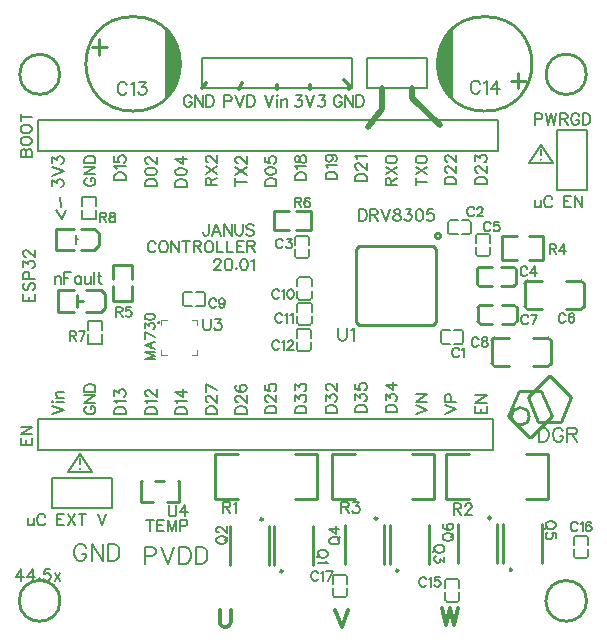
<source format=gto>
G04 Layer: TopSilkLayer*
G04 EasyEDA v6.3.43, 2020-06-06T21:57:39--5:00*
G04 e15436741f6a4511bf69b1aef7df7d06,7c1e8d740ba24e6f83eb2d53d3341807,10*
G04 Gerber Generator version 0.2*
G04 Scale: 100 percent, Rotated: No, Reflected: No *
G04 Dimensions in millimeters *
G04 leading zeros omitted , absolute positions ,3 integer and 3 decimal *
%FSLAX33Y33*%
%MOMM*%
G90*
G71D02*

%ADD10C,0.254000*%
%ADD11C,0.299999*%
%ADD16C,0.499999*%
%ADD55C,0.250012*%
%ADD56C,0.200000*%
%ADD57C,0.203200*%
%ADD58C,0.202999*%
%ADD59C,0.150012*%
%ADD60C,0.202997*%
%ADD61C,0.101600*%
%ADD62C,0.100000*%
%ADD63C,0.249999*%
%ADD64C,0.152400*%

%LPD*%
G54D11*
G01X17310Y46997D02*
G01X16929Y46616D01*
G01X20358Y46997D02*
G01X20104Y46490D01*
G01X23279Y46870D02*
G01X23279Y46489D01*
G01X26073Y46870D02*
G01X26073Y46490D01*
G01X28994Y47251D02*
G01X29375Y46870D01*
G01X29375Y46489D01*
G54D16*
G01X37122Y43441D02*
G01X34709Y45727D01*
G01X34709Y46616D01*
G01X31026Y43314D02*
G01X32169Y44839D01*
G01X32169Y46616D01*
G54D55*
G01X46584Y18803D02*
G01X45695Y20962D01*
G01X43790Y20962D01*
G01X42901Y18803D01*
G01X46584Y18803D02*
G01X44806Y17025D01*
G01X44679Y17025D01*
G01X42901Y18803D01*
G01X44552Y20454D02*
G01X46330Y22232D01*
G01X46457Y22232D01*
G01X48235Y20454D01*
G01X44552Y20454D02*
G01X45441Y18295D01*
G01X47346Y18295D01*
G01X48235Y20454D01*
G54D56*
G01X6642Y15629D02*
G01X5626Y14105D01*
G01X7658Y14105D01*
G01X6642Y15629D01*
G01X6642Y15247D02*
G01X6642Y14739D01*
G01X45631Y41790D02*
G01X44615Y40266D01*
G01X46647Y40266D01*
G01X45631Y41790D01*
G01X45632Y41407D02*
G01X45632Y40899D01*
G54D57*
G01X47028Y43060D02*
G01X49568Y43060D01*
G01X49568Y37980D01*
G01X47028Y37980D01*
G01X47028Y39885D01*
G54D58*
G01X47028Y43060D02*
G01X47028Y39885D01*
G54D57*
G01X9309Y13596D02*
G01X9309Y11056D01*
G01X4229Y11056D01*
G01X4229Y13596D01*
G01X6134Y13596D01*
G54D58*
G01X9309Y13596D02*
G01X6134Y13596D01*
G54D10*
G01X43749Y47911D02*
G01X43749Y46565D01*
G01X43114Y47225D02*
G01X44359Y47225D01*
G01X8271Y49384D02*
G01X8271Y50730D01*
G01X8906Y50070D02*
G01X7661Y50070D01*
G54D59*
G01X8005Y35506D02*
G01X6804Y35506D01*
G01X8005Y36276D02*
G01X8005Y35506D01*
G01X8005Y37406D02*
G01X6804Y37406D01*
G01X8005Y36636D02*
G01X8005Y37406D01*
G01X6804Y36636D02*
G01X6804Y37406D01*
G01X6804Y36276D02*
G01X6804Y35506D01*
G54D10*
G01X8393Y29532D02*
G01X8393Y29531D01*
G01X8743Y29182D01*
G01X8393Y27631D02*
G01X8393Y27632D01*
G01X8743Y27981D01*
G01X6143Y27631D02*
G01X4793Y27631D01*
G01X6143Y29532D02*
G01X4793Y29532D01*
G01X7143Y27631D02*
G01X8393Y27631D01*
G01X7143Y29532D02*
G01X8393Y29532D01*
G01X4793Y27631D02*
G01X4793Y29532D01*
G01X8743Y27981D02*
G01X8743Y29182D01*
G01X6342Y28082D02*
G01X6342Y29082D01*
G01X6342Y28587D02*
G01X6842Y28587D01*
G54D59*
G01X7312Y26864D02*
G01X8513Y26864D01*
G01X7312Y26094D02*
G01X7312Y26864D01*
G01X7312Y24964D02*
G01X8513Y24964D01*
G01X7312Y25734D02*
G01X7312Y24964D01*
G01X8513Y25734D02*
G01X8513Y24964D01*
G01X8513Y26094D02*
G01X8513Y26864D01*
G54D10*
G01X4623Y32925D02*
G01X6096Y32925D01*
G01X4623Y34652D02*
G01X6096Y34652D01*
G01X4623Y34652D02*
G01X4623Y32925D01*
G01X6681Y32925D02*
G01X7849Y32925D01*
G01X6706Y34652D02*
G01X7849Y34652D01*
G01X7849Y34652D02*
G01X8205Y34297D01*
G01X8205Y33281D01*
G01X7849Y32925D01*
G54D60*
G01X6312Y34195D02*
G01X6312Y33408D01*
G01X6312Y33796D02*
G01X6488Y33796D01*
G54D59*
G01X38739Y4250D02*
G01X38739Y4871D01*
G01X38739Y3890D02*
G01X38739Y3271D01*
G01X37539Y3890D02*
G01X37539Y3271D01*
G01X37739Y3120D02*
G01X38538Y3120D01*
G01X37539Y4250D02*
G01X37539Y4871D01*
G01X37739Y5020D02*
G01X38538Y5020D01*
G01X37689Y3120D02*
G01X37739Y3120D01*
G01X38588Y3120D02*
G01X38538Y3120D01*
G01X37688Y5020D02*
G01X37739Y5020D01*
G01X38589Y5020D02*
G01X38538Y5020D01*
G01X49661Y7933D02*
G01X49661Y8554D01*
G01X49661Y7573D02*
G01X49661Y6954D01*
G01X48461Y7573D02*
G01X48461Y6954D01*
G01X48661Y6803D02*
G01X49460Y6803D01*
G01X48461Y7933D02*
G01X48461Y8554D01*
G01X48661Y8703D02*
G01X49460Y8703D01*
G01X48611Y6803D02*
G01X48661Y6803D01*
G01X49510Y6803D02*
G01X49460Y6803D01*
G01X48610Y8703D02*
G01X48661Y8703D01*
G01X49511Y8703D02*
G01X49460Y8703D01*
G01X29214Y4631D02*
G01X29214Y5252D01*
G01X29214Y4271D02*
G01X29214Y3652D01*
G01X28014Y4271D02*
G01X28014Y3652D01*
G01X28214Y3501D02*
G01X29013Y3501D01*
G01X28014Y4631D02*
G01X28014Y5252D01*
G01X28214Y5401D02*
G01X29013Y5401D01*
G01X28164Y3501D02*
G01X28214Y3501D01*
G01X29063Y3501D02*
G01X29013Y3501D01*
G01X28163Y5401D02*
G01X28214Y5401D01*
G01X29064Y5401D02*
G01X29013Y5401D01*
G54D10*
G01X41480Y23264D02*
G01X41480Y25264D01*
G01X44980Y23064D02*
G01X46180Y23064D01*
G01X44980Y25464D02*
G01X46180Y25464D01*
G01X42980Y23064D02*
G01X41780Y23064D01*
G01X42980Y25464D02*
G01X41780Y25464D01*
G01X46480Y23264D02*
G01X46480Y25264D01*
G01X46280Y23064D02*
G01X46180Y23064D01*
G01X46280Y25464D02*
G01X46180Y25464D01*
G01X41680Y23064D02*
G01X41780Y23064D01*
G01X41680Y25464D02*
G01X41780Y25464D01*
G01X49275Y30090D02*
G01X49275Y28090D01*
G01X45774Y30290D02*
G01X44574Y30290D01*
G01X45774Y27890D02*
G01X44574Y27890D01*
G01X47775Y30290D02*
G01X48974Y30290D01*
G01X47775Y27890D02*
G01X48974Y27890D01*
G01X44274Y30090D02*
G01X44274Y28090D01*
G01X44474Y30290D02*
G01X44574Y30290D01*
G01X44474Y27890D02*
G01X44574Y27890D01*
G01X49075Y30290D02*
G01X48974Y30290D01*
G01X49075Y27890D02*
G01X48974Y27890D01*
G01X32328Y9603D02*
G01X32328Y6303D01*
G01X29028Y6303D02*
G01X29028Y9603D01*
G01X22643Y9531D02*
G01X22643Y6231D01*
G01X19343Y6231D02*
G01X19343Y9531D01*
G54D57*
G01X35979Y49156D02*
G01X35979Y46616D01*
G01X30899Y46616D01*
G01X30899Y49156D01*
G01X32804Y49156D01*
G54D58*
G01X35979Y49156D02*
G01X32804Y49156D01*
G54D10*
G01X44607Y32007D02*
G01X45857Y32007D01*
G01X44607Y34046D02*
G01X45857Y34046D01*
G01X43607Y32007D02*
G01X42357Y32007D01*
G01X43607Y34046D02*
G01X42357Y34046D01*
G01X45858Y32007D02*
G01X45857Y34046D01*
G01X42357Y32007D02*
G01X42357Y34046D01*
G01X14973Y11552D02*
G01X13955Y11552D01*
G01X11842Y13353D02*
G01X11773Y13353D01*
G01X13742Y13353D02*
G01X13005Y13353D01*
G01X14973Y13353D02*
G01X14905Y13353D01*
G01X11773Y11552D02*
G01X11773Y13353D01*
G01X14973Y11552D02*
G01X14973Y13353D01*
G01X12792Y11552D02*
G01X11773Y11552D01*
G01X23026Y6230D02*
G01X23026Y9530D01*
G01X26326Y9530D02*
G01X26326Y6230D01*
G01X32838Y6303D02*
G01X32838Y9603D01*
G01X36138Y9603D02*
G01X36138Y6303D01*
G01X42457Y6357D02*
G01X42457Y9657D01*
G01X45757Y9657D02*
G01X45757Y6357D01*
G01X41947Y9658D02*
G01X41947Y6358D01*
G01X38647Y6358D02*
G01X38647Y9658D01*
G54D61*
G01X16069Y24000D02*
G01X16525Y24000D01*
G01X13525Y24000D02*
G01X13980Y24000D01*
G01X13980Y27000D02*
G01X13525Y27000D01*
G01X16525Y27000D02*
G01X16069Y27000D01*
G01X13525Y24455D02*
G01X13525Y24000D01*
G01X13525Y27000D02*
G01X13525Y26544D01*
G01X16525Y24455D02*
G01X16525Y24000D01*
G01X16525Y27000D02*
G01X16525Y26544D01*
G54D59*
G01X26236Y29812D02*
G01X26236Y30432D01*
G01X26236Y29452D02*
G01X26236Y28832D01*
G01X25036Y29452D02*
G01X25036Y28832D01*
G01X25236Y28682D02*
G01X26036Y28682D01*
G01X25036Y29812D02*
G01X25036Y30432D01*
G01X25236Y30582D02*
G01X26036Y30582D01*
G01X25186Y28682D02*
G01X25236Y28682D01*
G01X26086Y28682D02*
G01X26036Y28682D01*
G01X25186Y30582D02*
G01X25236Y30582D01*
G01X26086Y30582D02*
G01X26036Y30582D01*
G01X26236Y27653D02*
G01X26236Y28273D01*
G01X26236Y27293D02*
G01X26236Y26673D01*
G01X25036Y27293D02*
G01X25036Y26673D01*
G01X25236Y26523D02*
G01X26036Y26523D01*
G01X25036Y27653D02*
G01X25036Y28273D01*
G01X25236Y28423D02*
G01X26036Y28423D01*
G01X25186Y26523D02*
G01X25236Y26523D01*
G01X26086Y26523D02*
G01X26036Y26523D01*
G01X25186Y28423D02*
G01X25236Y28423D01*
G01X26086Y28423D02*
G01X26036Y28423D01*
G01X24965Y25100D02*
G01X24965Y24480D01*
G01X24965Y25460D02*
G01X24965Y26080D01*
G01X26165Y25460D02*
G01X26165Y26080D01*
G01X25965Y26230D02*
G01X25165Y26230D01*
G01X26165Y25100D02*
G01X26165Y24480D01*
G01X25965Y24330D02*
G01X25165Y24330D01*
G01X26015Y26230D02*
G01X25965Y26230D01*
G01X25116Y26230D02*
G01X25165Y26230D01*
G01X26016Y24330D02*
G01X25965Y24330D01*
G01X25115Y24330D02*
G01X25165Y24330D01*
G54D10*
G01X39548Y15622D02*
G01X37648Y15622D01*
G01X39548Y11823D02*
G01X37648Y11823D01*
G01X44348Y15622D02*
G01X46248Y15622D01*
G01X44348Y11823D02*
G01X46248Y11823D01*
G01X37648Y15622D02*
G01X37648Y11823D01*
G01X46248Y15622D02*
G01X46248Y11823D01*
G01X34697Y11823D02*
G01X36597Y11823D01*
G01X34697Y15622D02*
G01X36597Y15622D01*
G01X29897Y11823D02*
G01X27996Y11823D01*
G01X29897Y15622D02*
G01X27996Y15622D01*
G01X36597Y11823D02*
G01X36597Y15622D01*
G01X27996Y11823D02*
G01X27997Y15622D01*
G01X19990Y15622D02*
G01X18090Y15622D01*
G01X19990Y11823D02*
G01X18090Y11823D01*
G01X24790Y15622D02*
G01X26690Y15622D01*
G01X24790Y11823D02*
G01X26690Y11823D01*
G01X18090Y15622D02*
G01X18090Y11823D01*
G01X26690Y15622D02*
G01X26690Y11823D01*
G01X9398Y28556D02*
G01X10999Y28556D01*
G01X10993Y30406D02*
G01X10993Y31656D01*
G01X9393Y30406D02*
G01X9393Y31656D01*
G01X10999Y29806D02*
G01X10999Y28556D01*
G01X9398Y29806D02*
G01X9398Y28556D01*
G01X9393Y31656D02*
G01X10993Y31656D01*
G01X23070Y36147D02*
G01X23070Y34547D01*
G01X24921Y34552D02*
G01X26171Y34552D01*
G01X24921Y36152D02*
G01X26171Y36152D01*
G01X24320Y34547D02*
G01X23070Y34547D01*
G01X24320Y36147D02*
G01X23070Y36147D01*
G01X26171Y36152D02*
G01X26171Y34552D01*
G54D59*
G01X41349Y33495D02*
G01X41349Y34115D01*
G01X41349Y33135D02*
G01X41349Y32515D01*
G01X40149Y33135D02*
G01X40149Y32515D01*
G01X40349Y32365D02*
G01X41149Y32365D01*
G01X40149Y33495D02*
G01X40149Y34115D01*
G01X40349Y34265D02*
G01X41149Y34265D01*
G01X40299Y32365D02*
G01X40349Y32365D01*
G01X41199Y32365D02*
G01X41149Y32365D01*
G01X40299Y34265D02*
G01X40349Y34265D01*
G01X41199Y34265D02*
G01X41149Y34265D01*
G01X38953Y34204D02*
G01X39573Y34204D01*
G01X38593Y34204D02*
G01X37973Y34204D01*
G01X38593Y35404D02*
G01X37973Y35404D01*
G01X37823Y35204D02*
G01X37823Y34405D01*
G01X38953Y35404D02*
G01X39573Y35404D01*
G01X39723Y35204D02*
G01X39723Y34405D01*
G01X37823Y35254D02*
G01X37823Y35204D01*
G01X37823Y34355D02*
G01X37823Y34405D01*
G01X39723Y35255D02*
G01X39723Y35204D01*
G01X39723Y34354D02*
G01X39723Y34405D01*
G01X37959Y26134D02*
G01X37338Y26134D01*
G01X38319Y26134D02*
G01X38938Y26134D01*
G01X38319Y24934D02*
G01X38938Y24934D01*
G01X39089Y25134D02*
G01X39089Y25934D01*
G01X37959Y24934D02*
G01X37338Y24934D01*
G01X37189Y25134D02*
G01X37189Y25934D01*
G01X39089Y25084D02*
G01X39089Y25134D01*
G01X39089Y25983D02*
G01X39089Y25934D01*
G01X37189Y25083D02*
G01X37189Y25134D01*
G01X37189Y25984D02*
G01X37189Y25934D01*
G01X26039Y33333D02*
G01X26039Y33954D01*
G01X26039Y32973D02*
G01X26039Y32354D01*
G01X24839Y32973D02*
G01X24839Y32354D01*
G01X25039Y32203D02*
G01X25838Y32203D01*
G01X24839Y33333D02*
G01X24839Y33954D01*
G01X25039Y34103D02*
G01X25838Y34103D01*
G01X24989Y32203D02*
G01X25039Y32203D01*
G01X25888Y32203D02*
G01X25838Y32203D01*
G01X24988Y34103D02*
G01X25039Y34103D01*
G01X25889Y34103D02*
G01X25838Y34103D01*
G01X16115Y29309D02*
G01X15494Y29309D01*
G01X16475Y29309D02*
G01X17094Y29309D01*
G01X16475Y28109D02*
G01X17094Y28109D01*
G01X17245Y28309D02*
G01X17245Y29109D01*
G01X16115Y28109D02*
G01X15494Y28109D01*
G01X15345Y28309D02*
G01X15345Y29109D01*
G01X17245Y28259D02*
G01X17245Y28309D01*
G01X17245Y29158D02*
G01X17245Y29109D01*
G01X15345Y28258D02*
G01X15345Y28309D01*
G01X15345Y29159D02*
G01X15345Y29109D01*
G54D10*
G01X36762Y26787D02*
G01X36482Y26507D01*
G01X36482Y26507D02*
G01X30285Y26507D01*
G01X30285Y26507D02*
G01X30005Y26787D01*
G01X30005Y26787D02*
G01X30005Y32984D01*
G01X30005Y32984D02*
G01X30285Y33264D01*
G01X30285Y33264D02*
G01X36482Y33264D01*
G01X36482Y33264D02*
G01X36762Y32984D01*
G01X36762Y32984D02*
G01X36762Y26787D01*
G01X40298Y26838D02*
G01X40298Y28039D01*
G01X42348Y26638D02*
G01X43348Y26638D01*
G01X42348Y28239D02*
G01X43348Y28239D01*
G01X41548Y26638D02*
G01X40548Y26638D01*
G01X41548Y28239D02*
G01X40548Y28239D01*
G01X43598Y26838D02*
G01X43598Y28039D01*
G01X43398Y26638D02*
G01X43348Y26638D01*
G01X43398Y28239D02*
G01X43348Y28239D01*
G01X40498Y26638D02*
G01X40548Y26638D01*
G01X40499Y28239D02*
G01X40548Y28239D01*
G01X43542Y31248D02*
G01X43542Y30048D01*
G01X41492Y31448D02*
G01X40492Y31448D01*
G01X41492Y29848D02*
G01X40492Y29848D01*
G01X42292Y31448D02*
G01X43292Y31448D01*
G01X42292Y29848D02*
G01X43292Y29848D01*
G01X40242Y31248D02*
G01X40242Y30048D01*
G01X40442Y31448D02*
G01X40492Y31448D01*
G01X40442Y29848D02*
G01X40492Y29848D01*
G01X43342Y31448D02*
G01X43292Y31448D01*
G01X43342Y29848D02*
G01X43292Y29848D01*
G54D57*
G01X18834Y49156D02*
G01X16929Y49156D01*
G01X16929Y46616D01*
G01X29629Y46616D01*
G01X29629Y49156D01*
G54D58*
G01X29629Y49156D02*
G01X18834Y49156D01*
G54D57*
G01X42018Y43936D02*
G01X3054Y43936D01*
G01X3054Y41269D01*
G01X42018Y41269D01*
G01X42018Y43936D01*
G01X41624Y18587D02*
G01X3054Y18587D01*
G01X3054Y15920D01*
G01X41624Y15920D01*
G01X41624Y18587D01*
G01X12548Y10033D02*
G01X12548Y9078D01*
G01X12230Y10033D02*
G01X12868Y10033D01*
G01X13167Y10033D02*
G01X13167Y9078D01*
G01X13167Y10033D02*
G01X13757Y10033D01*
G01X13167Y9578D02*
G01X13531Y9578D01*
G01X13167Y9078D02*
G01X13757Y9078D01*
G01X14056Y10033D02*
G01X14056Y9078D01*
G01X14056Y10033D02*
G01X14422Y9078D01*
G01X14785Y10033D02*
G01X14422Y9078D01*
G01X14785Y10033D02*
G01X14785Y9078D01*
G01X15085Y10033D02*
G01X15085Y9078D01*
G01X15085Y10033D02*
G01X15494Y10033D01*
G01X15631Y9987D01*
G01X15677Y9942D01*
G01X15720Y9850D01*
G01X15720Y9716D01*
G01X15677Y9624D01*
G01X15631Y9578D01*
G01X15494Y9533D01*
G01X15085Y9533D01*
G01X12135Y23628D02*
G01X12946Y23628D01*
G01X12135Y23628D02*
G01X12946Y23938D01*
G01X12135Y24245D02*
G01X12946Y23938D01*
G01X12135Y24245D02*
G01X12946Y24245D01*
G01X12135Y24812D02*
G01X12946Y24502D01*
G01X12135Y24812D02*
G01X12946Y25119D01*
G01X12676Y24619D02*
G01X12676Y25005D01*
G01X12135Y25917D02*
G01X12946Y25528D01*
G01X12135Y25376D02*
G01X12135Y25917D01*
G01X12135Y26247D02*
G01X12135Y26674D01*
G01X12443Y26440D01*
G01X12443Y26557D01*
G01X12483Y26636D01*
G01X12521Y26674D01*
G01X12638Y26712D01*
G01X12714Y26712D01*
G01X12831Y26674D01*
G01X12907Y26595D01*
G01X12946Y26481D01*
G01X12946Y26364D01*
G01X12907Y26247D01*
G01X12869Y26209D01*
G01X12791Y26171D01*
G01X12135Y27199D02*
G01X12173Y27083D01*
G01X12290Y27006D01*
G01X12483Y26966D01*
G01X12598Y26966D01*
G01X12791Y27006D01*
G01X12907Y27083D01*
G01X12946Y27199D01*
G01X12946Y27276D01*
G01X12907Y27393D01*
G01X12791Y27469D01*
G01X12598Y27507D01*
G01X12483Y27507D01*
G01X12290Y27469D01*
G01X12173Y27393D01*
G01X12135Y27276D01*
G01X12135Y27199D01*
G01X30264Y36322D02*
G01X30264Y35367D01*
G01X30264Y36322D02*
G01X30582Y36322D01*
G01X30719Y36276D01*
G01X30810Y36185D01*
G01X30856Y36094D01*
G01X30902Y35959D01*
G01X30902Y35730D01*
G01X30856Y35593D01*
G01X30810Y35504D01*
G01X30719Y35413D01*
G01X30582Y35367D01*
G01X30264Y35367D01*
G01X31201Y36322D02*
G01X31201Y35367D01*
G01X31201Y36322D02*
G01X31610Y36322D01*
G01X31745Y36276D01*
G01X31791Y36231D01*
G01X31836Y36139D01*
G01X31836Y36048D01*
G01X31791Y35959D01*
G01X31745Y35913D01*
G01X31610Y35867D01*
G01X31201Y35867D01*
G01X31519Y35867D02*
G01X31836Y35367D01*
G01X32136Y36322D02*
G01X32502Y35367D01*
G01X32865Y36322D02*
G01X32502Y35367D01*
G01X33391Y36322D02*
G01X33256Y36276D01*
G01X33211Y36185D01*
G01X33211Y36094D01*
G01X33256Y36005D01*
G01X33345Y35959D01*
G01X33528Y35913D01*
G01X33665Y35867D01*
G01X33754Y35776D01*
G01X33800Y35685D01*
G01X33800Y35550D01*
G01X33754Y35459D01*
G01X33711Y35413D01*
G01X33574Y35367D01*
G01X33391Y35367D01*
G01X33256Y35413D01*
G01X33211Y35459D01*
G01X33165Y35550D01*
G01X33165Y35685D01*
G01X33211Y35776D01*
G01X33302Y35867D01*
G01X33437Y35913D01*
G01X33620Y35959D01*
G01X33711Y36005D01*
G01X33754Y36094D01*
G01X33754Y36185D01*
G01X33711Y36276D01*
G01X33574Y36322D01*
G01X33391Y36322D01*
G01X34191Y36322D02*
G01X34691Y36322D01*
G01X34420Y35959D01*
G01X34554Y35959D01*
G01X34646Y35913D01*
G01X34691Y35867D01*
G01X34737Y35730D01*
G01X34737Y35639D01*
G01X34691Y35504D01*
G01X34600Y35413D01*
G01X34465Y35367D01*
G01X34328Y35367D01*
G01X34191Y35413D01*
G01X34145Y35459D01*
G01X34100Y35550D01*
G01X35309Y36322D02*
G01X35174Y36276D01*
G01X35083Y36139D01*
G01X35037Y35913D01*
G01X35037Y35776D01*
G01X35083Y35550D01*
G01X35174Y35413D01*
G01X35309Y35367D01*
G01X35400Y35367D01*
G01X35537Y35413D01*
G01X35629Y35550D01*
G01X35674Y35776D01*
G01X35674Y35913D01*
G01X35629Y36139D01*
G01X35537Y36276D01*
G01X35400Y36322D01*
G01X35309Y36322D01*
G01X36520Y36322D02*
G01X36066Y36322D01*
G01X36020Y35913D01*
G01X36066Y35959D01*
G01X36200Y36005D01*
G01X36337Y36005D01*
G01X36475Y35959D01*
G01X36563Y35867D01*
G01X36609Y35730D01*
G01X36609Y35639D01*
G01X36563Y35504D01*
G01X36475Y35413D01*
G01X36337Y35367D01*
G01X36200Y35367D01*
G01X36066Y35413D01*
G01X36020Y35459D01*
G01X35974Y35550D01*
G01X45504Y17841D02*
G01X45504Y16647D01*
G01X45504Y17841D02*
G01X45903Y17841D01*
G01X46073Y17785D01*
G01X46188Y17671D01*
G01X46243Y17557D01*
G01X46299Y17386D01*
G01X46299Y17102D01*
G01X46243Y16932D01*
G01X46188Y16818D01*
G01X46073Y16706D01*
G01X45903Y16647D01*
G01X45504Y16647D01*
G01X47526Y17557D02*
G01X47470Y17671D01*
G01X47356Y17785D01*
G01X47244Y17841D01*
G01X47016Y17841D01*
G01X46901Y17785D01*
G01X46790Y17671D01*
G01X46731Y17557D01*
G01X46675Y17386D01*
G01X46675Y17102D01*
G01X46731Y16932D01*
G01X46790Y16818D01*
G01X46901Y16706D01*
G01X47016Y16647D01*
G01X47244Y16647D01*
G01X47356Y16706D01*
G01X47470Y16817D01*
G01X47526Y16932D01*
G01X47526Y17102D01*
G01X47244Y17102D02*
G01X47526Y17102D01*
G01X47902Y17841D02*
G01X47902Y16647D01*
G01X47902Y17841D02*
G01X48413Y17841D01*
G01X48585Y17785D01*
G01X48641Y17727D01*
G01X48697Y17615D01*
G01X48697Y17501D01*
G01X48641Y17386D01*
G01X48585Y17331D01*
G01X48413Y17272D01*
G01X47902Y17272D01*
G01X48301Y17272D02*
G01X48697Y16647D01*
G54D11*
G01X37249Y2535D02*
G01X37590Y1105D01*
G01X37932Y2535D02*
G01X37590Y1105D01*
G01X37932Y2535D02*
G01X38273Y1105D01*
G01X38613Y2535D02*
G01X38273Y1105D01*
G01X28232Y2408D02*
G01X28778Y978D01*
G01X29324Y2408D02*
G01X28778Y978D01*
G01X18453Y2408D02*
G01X18453Y1387D01*
G01X18522Y1181D01*
G01X18659Y1047D01*
G01X18862Y978D01*
G01X18999Y978D01*
G01X19203Y1047D01*
G01X19340Y1181D01*
G01X19408Y1387D01*
G01X19408Y2408D01*
G54D57*
G01X17991Y31903D02*
G01X17991Y31948D01*
G01X18037Y32040D01*
G01X18082Y32085D01*
G01X18174Y32131D01*
G01X18354Y32131D01*
G01X18446Y32085D01*
G01X18491Y32040D01*
G01X18537Y31948D01*
G01X18537Y31857D01*
G01X18491Y31768D01*
G01X18400Y31631D01*
G01X17945Y31176D01*
G01X18583Y31176D01*
G01X19154Y32131D02*
G01X19017Y32085D01*
G01X18928Y31948D01*
G01X18882Y31722D01*
G01X18882Y31585D01*
G01X18928Y31359D01*
G01X19017Y31222D01*
G01X19154Y31176D01*
G01X19246Y31176D01*
G01X19383Y31222D01*
G01X19472Y31359D01*
G01X19517Y31585D01*
G01X19517Y31722D01*
G01X19472Y31948D01*
G01X19383Y32085D01*
G01X19246Y32131D01*
G01X19154Y32131D01*
G01X19863Y31402D02*
G01X19817Y31359D01*
G01X19863Y31313D01*
G01X19909Y31359D01*
G01X19863Y31402D01*
G01X20483Y32131D02*
G01X20346Y32085D01*
G01X20254Y31948D01*
G01X20208Y31722D01*
G01X20208Y31585D01*
G01X20254Y31359D01*
G01X20346Y31222D01*
G01X20483Y31176D01*
G01X20572Y31176D01*
G01X20709Y31222D01*
G01X20800Y31359D01*
G01X20846Y31585D01*
G01X20846Y31722D01*
G01X20800Y31948D01*
G01X20709Y32085D01*
G01X20572Y32131D01*
G01X20483Y32131D01*
G01X21146Y31948D02*
G01X21237Y31994D01*
G01X21372Y32131D01*
G01X21372Y31176D01*
G01X2197Y10224D02*
G01X2197Y9769D01*
G01X2243Y9632D01*
G01X2334Y9586D01*
G01X2469Y9586D01*
G01X2560Y9632D01*
G01X2698Y9769D01*
G01X2698Y10224D02*
G01X2698Y9586D01*
G01X3678Y10313D02*
G01X3635Y10404D01*
G01X3543Y10495D01*
G01X3452Y10541D01*
G01X3269Y10541D01*
G01X3180Y10495D01*
G01X3089Y10404D01*
G01X3043Y10313D01*
G01X2997Y10178D01*
G01X2997Y9949D01*
G01X3043Y9812D01*
G01X3089Y9723D01*
G01X3180Y9632D01*
G01X3269Y9586D01*
G01X3452Y9586D01*
G01X3543Y9632D01*
G01X3635Y9723D01*
G01X3678Y9812D01*
G01X4679Y10541D02*
G01X4679Y9586D01*
G01X4679Y10541D02*
G01X5271Y10541D01*
G01X4679Y10087D02*
G01X5042Y10087D01*
G01X4679Y9586D02*
G01X5271Y9586D01*
G01X5570Y10541D02*
G01X6205Y9586D01*
G01X6205Y10541D02*
G01X5570Y9586D01*
G01X6825Y10541D02*
G01X6825Y9586D01*
G01X6508Y10541D02*
G01X7143Y10541D01*
G01X8143Y10541D02*
G01X8507Y9586D01*
G01X8870Y10541D02*
G01X8507Y9586D01*
G01X45123Y44450D02*
G01X45123Y43495D01*
G01X45123Y44450D02*
G01X45532Y44450D01*
G01X45669Y44404D01*
G01X45715Y44359D01*
G01X45761Y44267D01*
G01X45761Y44133D01*
G01X45715Y44041D01*
G01X45669Y43995D01*
G01X45532Y43950D01*
G01X45123Y43950D01*
G01X46060Y44450D02*
G01X46287Y43495D01*
G01X46515Y44450D02*
G01X46287Y43495D01*
G01X46515Y44450D02*
G01X46741Y43495D01*
G01X46970Y44450D02*
G01X46741Y43495D01*
G01X47270Y44450D02*
G01X47270Y43495D01*
G01X47270Y44450D02*
G01X47678Y44450D01*
G01X47816Y44404D01*
G01X47859Y44359D01*
G01X47905Y44267D01*
G01X47905Y44176D01*
G01X47859Y44087D01*
G01X47816Y44041D01*
G01X47678Y43995D01*
G01X47270Y43995D01*
G01X47587Y43995D02*
G01X47905Y43495D01*
G01X48888Y44222D02*
G01X48842Y44313D01*
G01X48750Y44404D01*
G01X48659Y44450D01*
G01X48479Y44450D01*
G01X48387Y44404D01*
G01X48296Y44313D01*
G01X48250Y44222D01*
G01X48204Y44087D01*
G01X48204Y43858D01*
G01X48250Y43721D01*
G01X48296Y43632D01*
G01X48387Y43541D01*
G01X48479Y43495D01*
G01X48659Y43495D01*
G01X48750Y43541D01*
G01X48842Y43632D01*
G01X48888Y43721D01*
G01X48888Y43858D01*
G01X48659Y43858D02*
G01X48888Y43858D01*
G01X49187Y44450D02*
G01X49187Y43495D01*
G01X49187Y44450D02*
G01X49505Y44450D01*
G01X49642Y44404D01*
G01X49733Y44313D01*
G01X49779Y44222D01*
G01X49822Y44087D01*
G01X49822Y43858D01*
G01X49779Y43721D01*
G01X49733Y43632D01*
G01X49642Y43541D01*
G01X49505Y43495D01*
G01X49187Y43495D01*
G01X45123Y37148D02*
G01X45123Y36693D01*
G01X45169Y36556D01*
G01X45260Y36510D01*
G01X45395Y36510D01*
G01X45486Y36556D01*
G01X45624Y36693D01*
G01X45624Y37148D02*
G01X45624Y36510D01*
G01X46604Y37237D02*
G01X46561Y37328D01*
G01X46469Y37419D01*
G01X46378Y37465D01*
G01X46195Y37465D01*
G01X46106Y37419D01*
G01X46015Y37328D01*
G01X45969Y37237D01*
G01X45923Y37102D01*
G01X45923Y36873D01*
G01X45969Y36736D01*
G01X46015Y36647D01*
G01X46106Y36556D01*
G01X46195Y36510D01*
G01X46378Y36510D01*
G01X46469Y36556D01*
G01X46561Y36647D01*
G01X46604Y36736D01*
G01X47605Y37465D02*
G01X47605Y36510D01*
G01X47605Y37465D02*
G01X48197Y37465D01*
G01X47605Y37010D02*
G01X47968Y37010D01*
G01X47605Y36510D02*
G01X48197Y36510D01*
G01X48496Y37465D02*
G01X48496Y36510D01*
G01X48496Y37465D02*
G01X49131Y36510D01*
G01X49131Y37465D02*
G01X49131Y36510D01*
G01X13040Y33427D02*
G01X12995Y33518D01*
G01X12903Y33609D01*
G01X12812Y33655D01*
G01X12629Y33655D01*
G01X12540Y33609D01*
G01X12449Y33518D01*
G01X12403Y33427D01*
G01X12357Y33292D01*
G01X12357Y33063D01*
G01X12403Y32926D01*
G01X12449Y32837D01*
G01X12540Y32746D01*
G01X12629Y32700D01*
G01X12812Y32700D01*
G01X12903Y32746D01*
G01X12995Y32837D01*
G01X13040Y32926D01*
G01X13612Y33655D02*
G01X13521Y33609D01*
G01X13429Y33518D01*
G01X13386Y33427D01*
G01X13340Y33292D01*
G01X13340Y33063D01*
G01X13386Y32926D01*
G01X13429Y32837D01*
G01X13521Y32746D01*
G01X13612Y32700D01*
G01X13795Y32700D01*
G01X13884Y32746D01*
G01X13975Y32837D01*
G01X14021Y32926D01*
G01X14067Y33063D01*
G01X14067Y33292D01*
G01X14021Y33427D01*
G01X13975Y33518D01*
G01X13884Y33609D01*
G01X13795Y33655D01*
G01X13612Y33655D01*
G01X14366Y33655D02*
G01X14366Y32700D01*
G01X14366Y33655D02*
G01X15004Y32700D01*
G01X15004Y33655D02*
G01X15004Y32700D01*
G01X15621Y33655D02*
G01X15621Y32700D01*
G01X15304Y33655D02*
G01X15939Y33655D01*
G01X16238Y33655D02*
G01X16238Y32700D01*
G01X16238Y33655D02*
G01X16647Y33655D01*
G01X16784Y33609D01*
G01X16830Y33564D01*
G01X16876Y33472D01*
G01X16876Y33381D01*
G01X16830Y33292D01*
G01X16784Y33246D01*
G01X16647Y33201D01*
G01X16238Y33201D01*
G01X16558Y33201D02*
G01X16876Y32700D01*
G01X17447Y33655D02*
G01X17358Y33609D01*
G01X17267Y33518D01*
G01X17221Y33427D01*
G01X17176Y33292D01*
G01X17176Y33063D01*
G01X17221Y32926D01*
G01X17267Y32837D01*
G01X17358Y32746D01*
G01X17447Y32700D01*
G01X17630Y32700D01*
G01X17722Y32746D01*
G01X17813Y32837D01*
G01X17856Y32926D01*
G01X17902Y33063D01*
G01X17902Y33292D01*
G01X17856Y33427D01*
G01X17813Y33518D01*
G01X17722Y33609D01*
G01X17630Y33655D01*
G01X17447Y33655D01*
G01X18202Y33655D02*
G01X18202Y32700D01*
G01X18202Y32700D02*
G01X18748Y32700D01*
G01X19048Y33655D02*
G01X19048Y32700D01*
G01X19048Y32700D02*
G01X19594Y32700D01*
G01X19893Y33655D02*
G01X19893Y32700D01*
G01X19893Y33655D02*
G01X20485Y33655D01*
G01X19893Y33201D02*
G01X20257Y33201D01*
G01X19893Y32700D02*
G01X20485Y32700D01*
G01X20785Y33655D02*
G01X20785Y32700D01*
G01X20785Y33655D02*
G01X21194Y33655D01*
G01X21331Y33609D01*
G01X21377Y33564D01*
G01X21420Y33472D01*
G01X21420Y33381D01*
G01X21377Y33292D01*
G01X21331Y33246D01*
G01X21194Y33201D01*
G01X20785Y33201D01*
G01X21102Y33201D02*
G01X21420Y32700D01*
G01X22263Y45974D02*
G01X22626Y45019D01*
G01X22990Y45974D02*
G01X22626Y45019D01*
G01X23292Y45974D02*
G01X23335Y45928D01*
G01X23381Y45974D01*
G01X23335Y46020D01*
G01X23292Y45974D01*
G01X23335Y45657D02*
G01X23335Y45019D01*
G01X23681Y45657D02*
G01X23681Y45019D01*
G01X23681Y45474D02*
G01X23818Y45611D01*
G01X23909Y45657D01*
G01X24046Y45657D01*
G01X24135Y45611D01*
G01X24181Y45474D01*
G01X24181Y45019D01*
G01X24895Y45974D02*
G01X25395Y45974D01*
G01X25121Y45611D01*
G01X25258Y45611D01*
G01X25349Y45565D01*
G01X25395Y45519D01*
G01X25441Y45382D01*
G01X25441Y45291D01*
G01X25395Y45156D01*
G01X25304Y45065D01*
G01X25166Y45019D01*
G01X25032Y45019D01*
G01X24895Y45065D01*
G01X24849Y45111D01*
G01X24803Y45202D01*
G01X25740Y45974D02*
G01X26104Y45019D01*
G01X26467Y45974D02*
G01X26104Y45019D01*
G01X26858Y45974D02*
G01X27358Y45974D01*
G01X27084Y45611D01*
G01X27221Y45611D01*
G01X27313Y45565D01*
G01X27358Y45519D01*
G01X27404Y45382D01*
G01X27404Y45291D01*
G01X27358Y45156D01*
G01X27267Y45065D01*
G01X27130Y45019D01*
G01X26995Y45019D01*
G01X26858Y45065D01*
G01X26812Y45111D01*
G01X26767Y45202D01*
G01X28788Y45746D02*
G01X28743Y45837D01*
G01X28651Y45928D01*
G01X28560Y45974D01*
G01X28377Y45974D01*
G01X28288Y45928D01*
G01X28197Y45837D01*
G01X28151Y45746D01*
G01X28105Y45611D01*
G01X28105Y45382D01*
G01X28151Y45245D01*
G01X28197Y45156D01*
G01X28288Y45065D01*
G01X28377Y45019D01*
G01X28560Y45019D01*
G01X28651Y45065D01*
G01X28743Y45156D01*
G01X28788Y45245D01*
G01X28788Y45382D01*
G01X28560Y45382D02*
G01X28788Y45382D01*
G01X29088Y45974D02*
G01X29088Y45019D01*
G01X29088Y45974D02*
G01X29723Y45019D01*
G01X29723Y45974D02*
G01X29723Y45019D01*
G01X30023Y45974D02*
G01X30023Y45019D01*
G01X30023Y45974D02*
G01X30343Y45974D01*
G01X30478Y45928D01*
G01X30569Y45837D01*
G01X30615Y45746D01*
G01X30660Y45611D01*
G01X30660Y45382D01*
G01X30615Y45245D01*
G01X30569Y45156D01*
G01X30478Y45065D01*
G01X30343Y45019D01*
G01X30023Y45019D01*
G01X18834Y45974D02*
G01X18834Y45019D01*
G01X18834Y45974D02*
G01X19243Y45974D01*
G01X19380Y45928D01*
G01X19426Y45883D01*
G01X19472Y45791D01*
G01X19472Y45657D01*
G01X19426Y45565D01*
G01X19380Y45519D01*
G01X19243Y45474D01*
G01X18834Y45474D01*
G01X19771Y45974D02*
G01X20135Y45019D01*
G01X20498Y45974D02*
G01X20135Y45019D01*
G01X20798Y45974D02*
G01X20798Y45019D01*
G01X20798Y45974D02*
G01X21115Y45974D01*
G01X21252Y45928D01*
G01X21344Y45837D01*
G01X21389Y45746D01*
G01X21435Y45611D01*
G01X21435Y45382D01*
G01X21389Y45245D01*
G01X21344Y45156D01*
G01X21252Y45065D01*
G01X21115Y45019D01*
G01X20798Y45019D01*
G01X16088Y45746D02*
G01X16043Y45837D01*
G01X15951Y45928D01*
G01X15860Y45974D01*
G01X15677Y45974D01*
G01X15588Y45928D01*
G01X15497Y45837D01*
G01X15451Y45746D01*
G01X15405Y45611D01*
G01X15405Y45382D01*
G01X15451Y45245D01*
G01X15497Y45156D01*
G01X15588Y45065D01*
G01X15677Y45019D01*
G01X15860Y45019D01*
G01X15951Y45065D01*
G01X16043Y45156D01*
G01X16088Y45245D01*
G01X16088Y45382D01*
G01X15860Y45382D02*
G01X16088Y45382D01*
G01X16388Y45974D02*
G01X16388Y45019D01*
G01X16388Y45974D02*
G01X17023Y45019D01*
G01X17023Y45974D02*
G01X17023Y45019D01*
G01X17323Y45974D02*
G01X17323Y45019D01*
G01X17323Y45974D02*
G01X17643Y45974D01*
G01X17778Y45928D01*
G01X17869Y45837D01*
G01X17915Y45746D01*
G01X17960Y45611D01*
G01X17960Y45382D01*
G01X17915Y45245D01*
G01X17869Y45156D01*
G01X17778Y45065D01*
G01X17643Y45019D01*
G01X17323Y45019D01*
G01X17511Y35052D02*
G01X17511Y34323D01*
G01X17465Y34189D01*
G01X17419Y34143D01*
G01X17328Y34097D01*
G01X17239Y34097D01*
G01X17148Y34143D01*
G01X17102Y34189D01*
G01X17056Y34323D01*
G01X17056Y34415D01*
G01X18174Y35052D02*
G01X17811Y34097D01*
G01X18174Y35052D02*
G01X18537Y34097D01*
G01X17948Y34415D02*
G01X18402Y34415D01*
G01X18839Y35052D02*
G01X18839Y34097D01*
G01X18839Y35052D02*
G01X19474Y34097D01*
G01X19474Y35052D02*
G01X19474Y34097D01*
G01X19774Y35052D02*
G01X19774Y34369D01*
G01X19820Y34234D01*
G01X19911Y34143D01*
G01X20048Y34097D01*
G01X20137Y34097D01*
G01X20274Y34143D01*
G01X20366Y34234D01*
G01X20412Y34369D01*
G01X20412Y35052D01*
G01X21346Y34915D02*
G01X21257Y35006D01*
G01X21120Y35052D01*
G01X20937Y35052D01*
G01X20803Y35006D01*
G01X20711Y34915D01*
G01X20711Y34824D01*
G01X20757Y34735D01*
G01X20803Y34689D01*
G01X20892Y34643D01*
G01X21166Y34552D01*
G01X21257Y34506D01*
G01X21303Y34460D01*
G01X21346Y34369D01*
G01X21346Y34234D01*
G01X21257Y34143D01*
G01X21120Y34097D01*
G01X20937Y34097D01*
G01X20803Y34143D01*
G01X20711Y34234D01*
G01X4945Y37385D02*
G01X5016Y36570D01*
G01X5450Y36308D02*
G01X5106Y35546D01*
G01X4635Y36236D01*
G01X4483Y30671D02*
G01X4483Y30033D01*
G01X4483Y30488D02*
G01X4620Y30625D01*
G01X4712Y30671D01*
G01X4846Y30671D01*
G01X4938Y30625D01*
G01X4984Y30488D01*
G01X4984Y30033D01*
G01X5283Y30988D02*
G01X5283Y30033D01*
G01X5283Y30988D02*
G01X5875Y30988D01*
G01X5283Y30533D02*
G01X5647Y30533D01*
G01X6721Y30671D02*
G01X6721Y30033D01*
G01X6721Y30533D02*
G01X6630Y30625D01*
G01X6538Y30671D01*
G01X6401Y30671D01*
G01X6309Y30625D01*
G01X6221Y30533D01*
G01X6175Y30396D01*
G01X6175Y30305D01*
G01X6221Y30170D01*
G01X6309Y30079D01*
G01X6401Y30033D01*
G01X6538Y30033D01*
G01X6630Y30079D01*
G01X6721Y30170D01*
G01X7021Y30671D02*
G01X7021Y30216D01*
G01X7066Y30079D01*
G01X7155Y30033D01*
G01X7292Y30033D01*
G01X7384Y30079D01*
G01X7521Y30216D01*
G01X7521Y30671D02*
G01X7521Y30033D01*
G01X7821Y30988D02*
G01X7821Y30033D01*
G01X8255Y30988D02*
G01X8255Y30216D01*
G01X8301Y30079D01*
G01X8392Y30033D01*
G01X8484Y30033D01*
G01X8121Y30671D02*
G01X8438Y30671D01*
G01X7158Y7656D02*
G01X7089Y7793D01*
G01X6952Y7930D01*
G01X6817Y7996D01*
G01X6543Y7996D01*
G01X6406Y7930D01*
G01X6271Y7793D01*
G01X6203Y7656D01*
G01X6134Y7453D01*
G01X6134Y7110D01*
G01X6203Y6906D01*
G01X6271Y6769D01*
G01X6406Y6635D01*
G01X6543Y6566D01*
G01X6817Y6566D01*
G01X6952Y6635D01*
G01X7089Y6769D01*
G01X7158Y6906D01*
G01X7158Y7110D01*
G01X6817Y7110D02*
G01X7158Y7110D01*
G01X7607Y7996D02*
G01X7607Y6566D01*
G01X7607Y7996D02*
G01X8562Y6566D01*
G01X8562Y7996D02*
G01X8562Y6566D01*
G01X9012Y7996D02*
G01X9012Y6566D01*
G01X9012Y7996D02*
G01X9490Y7996D01*
G01X9693Y7930D01*
G01X9830Y7793D01*
G01X9899Y7656D01*
G01X9967Y7453D01*
G01X9967Y7110D01*
G01X9899Y6906D01*
G01X9830Y6769D01*
G01X9693Y6635D01*
G01X9490Y6566D01*
G01X9012Y6566D01*
G01X12103Y7742D02*
G01X12103Y6312D01*
G01X12103Y7742D02*
G01X12718Y7742D01*
G01X12921Y7676D01*
G01X12990Y7607D01*
G01X13058Y7470D01*
G01X13058Y7267D01*
G01X12990Y7130D01*
G01X12921Y7061D01*
G01X12718Y6993D01*
G01X12103Y6993D01*
G01X13508Y7742D02*
G01X14054Y6312D01*
G01X14600Y7742D02*
G01X14054Y6312D01*
G01X15050Y7742D02*
G01X15050Y6312D01*
G01X15050Y7742D02*
G01X15527Y7742D01*
G01X15730Y7676D01*
G01X15868Y7539D01*
G01X15936Y7402D01*
G01X16005Y7199D01*
G01X16005Y6856D01*
G01X15936Y6652D01*
G01X15868Y6515D01*
G01X15730Y6381D01*
G01X15527Y6312D01*
G01X15050Y6312D01*
G01X16454Y7742D02*
G01X16454Y6312D01*
G01X16454Y7742D02*
G01X16932Y7742D01*
G01X17135Y7676D01*
G01X17272Y7539D01*
G01X17341Y7402D01*
G01X17409Y7199D01*
G01X17409Y6856D01*
G01X17341Y6652D01*
G01X17272Y6515D01*
G01X17135Y6381D01*
G01X16932Y6312D01*
G01X16454Y6312D01*
G01X1823Y28581D02*
G01X2778Y28581D01*
G01X1823Y28581D02*
G01X1823Y29173D01*
G01X2278Y28581D02*
G01X2278Y28944D01*
G01X2778Y28581D02*
G01X2778Y29173D01*
G01X1960Y30108D02*
G01X1869Y30019D01*
G01X1823Y29882D01*
G01X1823Y29699D01*
G01X1869Y29564D01*
G01X1960Y29473D01*
G01X2051Y29473D01*
G01X2140Y29519D01*
G01X2186Y29564D01*
G01X2232Y29653D01*
G01X2323Y29927D01*
G01X2369Y30019D01*
G01X2415Y30062D01*
G01X2506Y30108D01*
G01X2641Y30108D01*
G01X2732Y30019D01*
G01X2778Y29882D01*
G01X2778Y29699D01*
G01X2732Y29564D01*
G01X2641Y29473D01*
G01X1823Y30408D02*
G01X2778Y30408D01*
G01X1823Y30408D02*
G01X1823Y30819D01*
G01X1869Y30954D01*
G01X1914Y30999D01*
G01X2006Y31045D01*
G01X2140Y31045D01*
G01X2232Y30999D01*
G01X2278Y30954D01*
G01X2323Y30819D01*
G01X2323Y30408D01*
G01X1823Y31436D02*
G01X1823Y31937D01*
G01X2186Y31662D01*
G01X2186Y31799D01*
G01X2232Y31891D01*
G01X2278Y31937D01*
G01X2415Y31982D01*
G01X2506Y31982D01*
G01X2641Y31937D01*
G01X2732Y31845D01*
G01X2778Y31708D01*
G01X2778Y31573D01*
G01X2732Y31436D01*
G01X2686Y31390D01*
G01X2595Y31345D01*
G01X2051Y32328D02*
G01X2006Y32328D01*
G01X1914Y32373D01*
G01X1869Y32417D01*
G01X1823Y32508D01*
G01X1823Y32691D01*
G01X1869Y32782D01*
G01X1914Y32828D01*
G01X2006Y32871D01*
G01X2097Y32871D01*
G01X2186Y32828D01*
G01X2323Y32737D01*
G01X2778Y32282D01*
G01X2778Y32917D01*
G01X1636Y5842D02*
G01X1181Y5205D01*
G01X1864Y5205D01*
G01X1636Y5842D02*
G01X1636Y4887D01*
G01X2619Y5842D02*
G01X2164Y5205D01*
G01X2845Y5205D01*
G01X2619Y5842D02*
G01X2619Y4887D01*
G01X3190Y5113D02*
G01X3145Y5070D01*
G01X3190Y5024D01*
G01X3236Y5070D01*
G01X3190Y5113D01*
G01X4082Y5842D02*
G01X3627Y5842D01*
G01X3582Y5433D01*
G01X3627Y5479D01*
G01X3764Y5525D01*
G01X3899Y5525D01*
G01X4036Y5479D01*
G01X4128Y5387D01*
G01X4173Y5250D01*
G01X4173Y5159D01*
G01X4128Y5024D01*
G01X4036Y4933D01*
G01X3899Y4887D01*
G01X3764Y4887D01*
G01X3627Y4933D01*
G01X3582Y4979D01*
G01X3536Y5070D01*
G01X4473Y5525D02*
G01X4973Y4887D01*
G01X4973Y5525D02*
G01X4473Y4887D01*
G54D64*
G01X40498Y46967D02*
G01X40445Y47071D01*
G01X40341Y47176D01*
G01X40239Y47226D01*
G01X40031Y47226D01*
G01X39927Y47176D01*
G01X39823Y47071D01*
G01X39769Y46967D01*
G01X39719Y46810D01*
G01X39719Y46551D01*
G01X39769Y46396D01*
G01X39823Y46292D01*
G01X39927Y46188D01*
G01X40031Y46137D01*
G01X40239Y46137D01*
G01X40341Y46188D01*
G01X40445Y46292D01*
G01X40498Y46396D01*
G01X40841Y47018D02*
G01X40945Y47071D01*
G01X41100Y47226D01*
G01X41100Y46137D01*
G01X41964Y47226D02*
G01X41443Y46500D01*
G01X42223Y46500D01*
G01X41964Y47226D02*
G01X41964Y46137D01*
G01X10597Y46875D02*
G01X10544Y46979D01*
G01X10440Y47083D01*
G01X10338Y47134D01*
G01X10130Y47134D01*
G01X10026Y47083D01*
G01X9922Y46979D01*
G01X9868Y46875D01*
G01X9817Y46717D01*
G01X9817Y46458D01*
G01X9868Y46303D01*
G01X9922Y46199D01*
G01X10026Y46095D01*
G01X10130Y46044D01*
G01X10338Y46044D01*
G01X10440Y46095D01*
G01X10544Y46199D01*
G01X10597Y46303D01*
G01X10940Y46925D02*
G01X11044Y46979D01*
G01X11199Y47134D01*
G01X11199Y46044D01*
G01X11646Y47134D02*
G01X12218Y47134D01*
G01X11905Y46717D01*
G01X12063Y46717D01*
G01X12167Y46666D01*
G01X12218Y46616D01*
G01X12269Y46458D01*
G01X12269Y46354D01*
G01X12218Y46199D01*
G01X12114Y46095D01*
G01X11959Y46044D01*
G01X11801Y46044D01*
G01X11646Y46095D01*
G01X11595Y46146D01*
G01X11542Y46250D01*
G01X8293Y36044D02*
G01X8293Y35231D01*
G01X8293Y36044D02*
G01X8641Y36044D01*
G01X8758Y36003D01*
G01X8796Y35965D01*
G01X8835Y35889D01*
G01X8835Y35810D01*
G01X8796Y35734D01*
G01X8758Y35696D01*
G01X8641Y35658D01*
G01X8293Y35658D01*
G01X8563Y35658D02*
G01X8835Y35231D01*
G01X9282Y36044D02*
G01X9167Y36003D01*
G01X9129Y35927D01*
G01X9129Y35851D01*
G01X9167Y35772D01*
G01X9243Y35734D01*
G01X9398Y35696D01*
G01X9515Y35658D01*
G01X9591Y35579D01*
G01X9630Y35503D01*
G01X9630Y35386D01*
G01X9591Y35310D01*
G01X9553Y35269D01*
G01X9436Y35231D01*
G01X9282Y35231D01*
G01X9167Y35269D01*
G01X9129Y35310D01*
G01X9089Y35386D01*
G01X9089Y35503D01*
G01X9129Y35579D01*
G01X9205Y35658D01*
G01X9322Y35696D01*
G01X9475Y35734D01*
G01X9553Y35772D01*
G01X9591Y35851D01*
G01X9591Y35927D01*
G01X9553Y36003D01*
G01X9436Y36044D01*
G01X9282Y36044D01*
G01X5753Y26011D02*
G01X5753Y25198D01*
G01X5753Y26011D02*
G01X6101Y26011D01*
G01X6218Y25970D01*
G01X6256Y25932D01*
G01X6294Y25856D01*
G01X6294Y25777D01*
G01X6256Y25701D01*
G01X6218Y25663D01*
G01X6101Y25625D01*
G01X5753Y25625D01*
G01X6023Y25625D02*
G01X6294Y25198D01*
G01X7089Y26011D02*
G01X6703Y25198D01*
G01X6548Y26011D02*
G01X7089Y26011D01*
G01X35923Y4990D02*
G01X35885Y5066D01*
G01X35809Y5142D01*
G01X35730Y5183D01*
G01X35575Y5183D01*
G01X35499Y5142D01*
G01X35423Y5066D01*
G01X35382Y4990D01*
G01X35344Y4873D01*
G01X35344Y4680D01*
G01X35382Y4563D01*
G01X35423Y4487D01*
G01X35499Y4408D01*
G01X35575Y4370D01*
G01X35730Y4370D01*
G01X35809Y4408D01*
G01X35885Y4487D01*
G01X35923Y4563D01*
G01X36180Y5028D02*
G01X36256Y5066D01*
G01X36373Y5183D01*
G01X36373Y4370D01*
G01X37092Y5183D02*
G01X36705Y5183D01*
G01X36665Y4835D01*
G01X36705Y4873D01*
G01X36820Y4911D01*
G01X36937Y4911D01*
G01X37051Y4873D01*
G01X37130Y4797D01*
G01X37168Y4680D01*
G01X37168Y4604D01*
G01X37130Y4487D01*
G01X37051Y4408D01*
G01X36937Y4370D01*
G01X36820Y4370D01*
G01X36705Y4408D01*
G01X36665Y4449D01*
G01X36627Y4525D01*
G01X48750Y9689D02*
G01X48712Y9765D01*
G01X48636Y9841D01*
G01X48557Y9882D01*
G01X48402Y9882D01*
G01X48326Y9841D01*
G01X48250Y9765D01*
G01X48209Y9689D01*
G01X48171Y9572D01*
G01X48171Y9379D01*
G01X48209Y9262D01*
G01X48250Y9186D01*
G01X48326Y9107D01*
G01X48402Y9069D01*
G01X48557Y9069D01*
G01X48636Y9107D01*
G01X48712Y9186D01*
G01X48750Y9262D01*
G01X49007Y9727D02*
G01X49083Y9765D01*
G01X49200Y9882D01*
G01X49200Y9069D01*
G01X49919Y9765D02*
G01X49878Y9841D01*
G01X49764Y9882D01*
G01X49685Y9882D01*
G01X49571Y9841D01*
G01X49492Y9727D01*
G01X49454Y9534D01*
G01X49454Y9341D01*
G01X49492Y9186D01*
G01X49571Y9107D01*
G01X49685Y9069D01*
G01X49726Y9069D01*
G01X49840Y9107D01*
G01X49919Y9186D01*
G01X49957Y9303D01*
G01X49957Y9341D01*
G01X49919Y9455D01*
G01X49840Y9534D01*
G01X49726Y9572D01*
G01X49685Y9572D01*
G01X49571Y9534D01*
G01X49492Y9455D01*
G01X49454Y9341D01*
G01X26779Y5498D02*
G01X26741Y5574D01*
G01X26665Y5650D01*
G01X26586Y5691D01*
G01X26431Y5691D01*
G01X26355Y5650D01*
G01X26279Y5574D01*
G01X26238Y5498D01*
G01X26200Y5381D01*
G01X26200Y5188D01*
G01X26238Y5071D01*
G01X26279Y4995D01*
G01X26355Y4916D01*
G01X26431Y4878D01*
G01X26586Y4878D01*
G01X26665Y4916D01*
G01X26741Y4995D01*
G01X26779Y5071D01*
G01X27036Y5536D02*
G01X27112Y5574D01*
G01X27229Y5691D01*
G01X27229Y4878D01*
G01X28024Y5691D02*
G01X27638Y4878D01*
G01X27483Y5691D02*
G01X28024Y5691D01*
G01X40369Y25310D02*
G01X40331Y25386D01*
G01X40254Y25463D01*
G01X40176Y25503D01*
G01X40021Y25503D01*
G01X39944Y25463D01*
G01X39866Y25386D01*
G01X39828Y25310D01*
G01X39789Y25193D01*
G01X39789Y25000D01*
G01X39828Y24883D01*
G01X39866Y24807D01*
G01X39944Y24728D01*
G01X40021Y24690D01*
G01X40176Y24690D01*
G01X40254Y24728D01*
G01X40331Y24807D01*
G01X40369Y24883D01*
G01X40818Y25503D02*
G01X40701Y25463D01*
G01X40663Y25386D01*
G01X40663Y25310D01*
G01X40701Y25231D01*
G01X40778Y25193D01*
G01X40932Y25155D01*
G01X41049Y25117D01*
G01X41126Y25038D01*
G01X41166Y24962D01*
G01X41166Y24845D01*
G01X41126Y24769D01*
G01X41087Y24728D01*
G01X40971Y24690D01*
G01X40818Y24690D01*
G01X40701Y24728D01*
G01X40663Y24769D01*
G01X40625Y24845D01*
G01X40625Y24962D01*
G01X40663Y25038D01*
G01X40739Y25117D01*
G01X40856Y25155D01*
G01X41011Y25193D01*
G01X41087Y25231D01*
G01X41126Y25310D01*
G01X41126Y25386D01*
G01X41087Y25463D01*
G01X40971Y25503D01*
G01X40818Y25503D01*
G01X47735Y27342D02*
G01X47697Y27418D01*
G01X47620Y27494D01*
G01X47542Y27535D01*
G01X47387Y27535D01*
G01X47310Y27494D01*
G01X47232Y27418D01*
G01X47194Y27342D01*
G01X47155Y27225D01*
G01X47155Y27032D01*
G01X47194Y26915D01*
G01X47232Y26839D01*
G01X47310Y26760D01*
G01X47387Y26722D01*
G01X47542Y26722D01*
G01X47620Y26760D01*
G01X47697Y26839D01*
G01X47735Y26915D01*
G01X48453Y27418D02*
G01X48415Y27494D01*
G01X48298Y27535D01*
G01X48222Y27535D01*
G01X48105Y27494D01*
G01X48029Y27380D01*
G01X47991Y27187D01*
G01X47991Y26994D01*
G01X48029Y26839D01*
G01X48105Y26760D01*
G01X48222Y26722D01*
G01X48260Y26722D01*
G01X48377Y26760D01*
G01X48453Y26839D01*
G01X48492Y26956D01*
G01X48492Y26994D01*
G01X48453Y27108D01*
G01X48377Y27187D01*
G01X48260Y27225D01*
G01X48222Y27225D01*
G01X48105Y27187D01*
G01X48029Y27108D01*
G01X47991Y26994D01*
G01X27737Y8199D02*
G01X27780Y8115D01*
G01X27861Y8034D01*
G01X27943Y7993D01*
G01X28065Y7953D01*
G01X28270Y7953D01*
G01X28392Y7993D01*
G01X28474Y8034D01*
G01X28557Y8115D01*
G01X28598Y8199D01*
G01X28598Y8362D01*
G01X28557Y8443D01*
G01X28474Y8524D01*
G01X28392Y8568D01*
G01X28270Y8608D01*
G01X28065Y8608D01*
G01X27943Y8568D01*
G01X27861Y8524D01*
G01X27780Y8443D01*
G01X27737Y8362D01*
G01X27737Y8199D01*
G01X28433Y8321D02*
G01X28679Y8568D01*
G01X27737Y9286D02*
G01X28311Y8877D01*
G01X28311Y9492D01*
G01X27737Y9286D02*
G01X28598Y9286D01*
G01X18180Y8254D02*
G01X18221Y8172D01*
G01X18302Y8089D01*
G01X18384Y8048D01*
G01X18508Y8007D01*
G01X18711Y8007D01*
G01X18836Y8048D01*
G01X18917Y8089D01*
G01X18998Y8172D01*
G01X19039Y8254D01*
G01X19039Y8416D01*
G01X18998Y8498D01*
G01X18917Y8581D01*
G01X18836Y8622D01*
G01X18711Y8663D01*
G01X18508Y8663D01*
G01X18384Y8622D01*
G01X18302Y8581D01*
G01X18221Y8498D01*
G01X18180Y8416D01*
G01X18180Y8254D01*
G01X18876Y8376D02*
G01X19120Y8622D01*
G01X18384Y8973D02*
G01X18343Y8973D01*
G01X18262Y9013D01*
G01X18221Y9054D01*
G01X18180Y9138D01*
G01X18180Y9300D01*
G01X18221Y9381D01*
G01X18262Y9422D01*
G01X18343Y9463D01*
G01X18427Y9463D01*
G01X18508Y9422D01*
G01X18630Y9341D01*
G01X19039Y8932D01*
G01X19039Y9506D01*
G01X46393Y33376D02*
G01X46393Y32566D01*
G01X46393Y33376D02*
G01X46741Y33376D01*
G01X46858Y33338D01*
G01X46896Y33300D01*
G01X46934Y33221D01*
G01X46934Y33145D01*
G01X46896Y33068D01*
G01X46858Y33028D01*
G01X46741Y32990D01*
G01X46393Y32990D01*
G01X46665Y32990D02*
G01X46934Y32566D01*
G01X47577Y33376D02*
G01X47188Y32835D01*
G01X47770Y32835D01*
G01X47577Y33376D02*
G01X47577Y32566D01*
G01X14135Y11303D02*
G01X14135Y10620D01*
G01X14181Y10485D01*
G01X14272Y10394D01*
G01X14407Y10348D01*
G01X14498Y10348D01*
G01X14636Y10394D01*
G01X14727Y10485D01*
G01X14773Y10620D01*
G01X14773Y11303D01*
G01X15527Y11303D02*
G01X15072Y10666D01*
G01X15753Y10666D01*
G01X15527Y11303D02*
G01X15527Y10348D01*
G01X27617Y7253D02*
G01X27576Y7335D01*
G01X27495Y7418D01*
G01X27413Y7459D01*
G01X27289Y7500D01*
G01X27086Y7500D01*
G01X26961Y7459D01*
G01X26880Y7418D01*
G01X26799Y7335D01*
G01X26758Y7253D01*
G01X26758Y7091D01*
G01X26799Y7009D01*
G01X26880Y6926D01*
G01X26961Y6885D01*
G01X27086Y6844D01*
G01X27289Y6844D01*
G01X27413Y6885D01*
G01X27495Y6926D01*
G01X27576Y7009D01*
G01X27617Y7091D01*
G01X27617Y7253D01*
G01X26921Y7131D02*
G01X26677Y6885D01*
G01X27454Y6575D02*
G01X27495Y6494D01*
G01X27617Y6369D01*
G01X26758Y6369D01*
G01X37468Y7668D02*
G01X37424Y7752D01*
G01X37343Y7833D01*
G01X37262Y7874D01*
G01X37140Y7915D01*
G01X36934Y7915D01*
G01X36812Y7874D01*
G01X36731Y7833D01*
G01X36647Y7752D01*
G01X36607Y7668D01*
G01X36607Y7506D01*
G01X36647Y7425D01*
G01X36731Y7343D01*
G01X36812Y7300D01*
G01X36934Y7259D01*
G01X37140Y7259D01*
G01X37262Y7300D01*
G01X37343Y7343D01*
G01X37424Y7425D01*
G01X37468Y7506D01*
G01X37468Y7668D01*
G01X36772Y7546D02*
G01X36525Y7300D01*
G01X37468Y6909D02*
G01X37468Y6459D01*
G01X37140Y6703D01*
G01X37140Y6581D01*
G01X37099Y6500D01*
G01X37056Y6459D01*
G01X36934Y6419D01*
G01X36853Y6419D01*
G01X36731Y6459D01*
G01X36647Y6541D01*
G01X36607Y6663D01*
G01X36607Y6784D01*
G01X36647Y6909D01*
G01X36690Y6950D01*
G01X36772Y6990D01*
G01X46921Y9666D02*
G01X46880Y9748D01*
G01X46799Y9831D01*
G01X46717Y9872D01*
G01X46593Y9913D01*
G01X46390Y9913D01*
G01X46265Y9872D01*
G01X46184Y9831D01*
G01X46103Y9748D01*
G01X46062Y9666D01*
G01X46062Y9504D01*
G01X46103Y9422D01*
G01X46184Y9339D01*
G01X46265Y9298D01*
G01X46390Y9257D01*
G01X46593Y9257D01*
G01X46717Y9298D01*
G01X46799Y9339D01*
G01X46880Y9422D01*
G01X46921Y9504D01*
G01X46921Y9666D01*
G01X46225Y9544D02*
G01X45981Y9298D01*
G01X46921Y8498D02*
G01X46921Y8907D01*
G01X46552Y8948D01*
G01X46593Y8907D01*
G01X46634Y8782D01*
G01X46634Y8660D01*
G01X46593Y8539D01*
G01X46512Y8457D01*
G01X46390Y8414D01*
G01X46306Y8414D01*
G01X46184Y8457D01*
G01X46103Y8539D01*
G01X46062Y8660D01*
G01X46062Y8782D01*
G01X46103Y8907D01*
G01X46143Y8948D01*
G01X46225Y8988D01*
G01X37357Y8508D02*
G01X37398Y8426D01*
G01X37479Y8342D01*
G01X37561Y8302D01*
G01X37685Y8261D01*
G01X37888Y8261D01*
G01X38013Y8302D01*
G01X38094Y8342D01*
G01X38175Y8426D01*
G01X38216Y8508D01*
G01X38216Y8670D01*
G01X38175Y8751D01*
G01X38094Y8835D01*
G01X38013Y8876D01*
G01X37888Y8917D01*
G01X37685Y8917D01*
G01X37561Y8876D01*
G01X37479Y8835D01*
G01X37398Y8751D01*
G01X37357Y8670D01*
G01X37357Y8508D01*
G01X38053Y8630D02*
G01X38297Y8876D01*
G01X37479Y9676D02*
G01X37398Y9635D01*
G01X37357Y9513D01*
G01X37357Y9432D01*
G01X37398Y9308D01*
G01X37520Y9226D01*
G01X37726Y9186D01*
G01X37929Y9186D01*
G01X38094Y9226D01*
G01X38175Y9308D01*
G01X38216Y9432D01*
G01X38216Y9473D01*
G01X38175Y9595D01*
G01X38094Y9676D01*
G01X37972Y9717D01*
G01X37929Y9717D01*
G01X37807Y9676D01*
G01X37726Y9595D01*
G01X37685Y9473D01*
G01X37685Y9432D01*
G01X37726Y9308D01*
G01X37807Y9226D01*
G01X37929Y9186D01*
G01X17056Y27051D02*
G01X17056Y26368D01*
G01X17102Y26233D01*
G01X17193Y26142D01*
G01X17328Y26096D01*
G01X17419Y26096D01*
G01X17557Y26142D01*
G01X17648Y26233D01*
G01X17694Y26368D01*
G01X17694Y27051D01*
G01X18085Y27051D02*
G01X18583Y27051D01*
G01X18311Y26688D01*
G01X18448Y26688D01*
G01X18537Y26642D01*
G01X18583Y26596D01*
G01X18628Y26459D01*
G01X18628Y26368D01*
G01X18583Y26233D01*
G01X18494Y26142D01*
G01X18357Y26096D01*
G01X18220Y26096D01*
G01X18085Y26142D01*
G01X18039Y26188D01*
G01X17993Y26279D01*
G01X23478Y29374D02*
G01X23440Y29450D01*
G01X23363Y29526D01*
G01X23285Y29567D01*
G01X23130Y29567D01*
G01X23053Y29526D01*
G01X22975Y29450D01*
G01X22937Y29374D01*
G01X22898Y29257D01*
G01X22898Y29064D01*
G01X22937Y28947D01*
G01X22975Y28871D01*
G01X23053Y28792D01*
G01X23130Y28754D01*
G01X23285Y28754D01*
G01X23363Y28792D01*
G01X23440Y28871D01*
G01X23478Y28947D01*
G01X23734Y29412D02*
G01X23810Y29450D01*
G01X23927Y29567D01*
G01X23927Y28754D01*
G01X24412Y29567D02*
G01X24298Y29526D01*
G01X24219Y29412D01*
G01X24181Y29219D01*
G01X24181Y29102D01*
G01X24219Y28909D01*
G01X24298Y28792D01*
G01X24412Y28754D01*
G01X24491Y28754D01*
G01X24605Y28792D01*
G01X24684Y28909D01*
G01X24722Y29102D01*
G01X24722Y29219D01*
G01X24684Y29412D01*
G01X24605Y29526D01*
G01X24491Y29567D01*
G01X24412Y29567D01*
G01X23732Y27342D02*
G01X23694Y27418D01*
G01X23617Y27494D01*
G01X23539Y27535D01*
G01X23384Y27535D01*
G01X23307Y27494D01*
G01X23229Y27418D01*
G01X23191Y27342D01*
G01X23152Y27225D01*
G01X23152Y27032D01*
G01X23191Y26915D01*
G01X23229Y26839D01*
G01X23307Y26760D01*
G01X23384Y26722D01*
G01X23539Y26722D01*
G01X23617Y26760D01*
G01X23694Y26839D01*
G01X23732Y26915D01*
G01X23988Y27380D02*
G01X24064Y27418D01*
G01X24181Y27535D01*
G01X24181Y26722D01*
G01X24435Y27380D02*
G01X24511Y27418D01*
G01X24628Y27535D01*
G01X24628Y26722D01*
G01X23478Y25056D02*
G01X23440Y25132D01*
G01X23363Y25208D01*
G01X23285Y25249D01*
G01X23130Y25249D01*
G01X23053Y25208D01*
G01X22975Y25132D01*
G01X22937Y25056D01*
G01X22898Y24939D01*
G01X22898Y24746D01*
G01X22937Y24629D01*
G01X22975Y24553D01*
G01X23053Y24474D01*
G01X23130Y24436D01*
G01X23285Y24436D01*
G01X23363Y24474D01*
G01X23440Y24553D01*
G01X23478Y24629D01*
G01X23734Y25094D02*
G01X23810Y25132D01*
G01X23927Y25249D01*
G01X23927Y24436D01*
G01X24219Y25056D02*
G01X24219Y25094D01*
G01X24257Y25170D01*
G01X24298Y25208D01*
G01X24374Y25249D01*
G01X24529Y25249D01*
G01X24605Y25208D01*
G01X24646Y25170D01*
G01X24684Y25094D01*
G01X24684Y25015D01*
G01X24646Y24939D01*
G01X24567Y24822D01*
G01X24181Y24436D01*
G01X24722Y24436D01*
G01X38265Y11430D02*
G01X38265Y10475D01*
G01X38265Y11430D02*
G01X38674Y11430D01*
G01X38811Y11384D01*
G01X38857Y11339D01*
G01X38903Y11247D01*
G01X38903Y11156D01*
G01X38857Y11067D01*
G01X38811Y11021D01*
G01X38674Y10976D01*
G01X38265Y10976D01*
G01X38583Y10976D02*
G01X38903Y10475D01*
G01X39248Y11202D02*
G01X39248Y11247D01*
G01X39294Y11339D01*
G01X39337Y11384D01*
G01X39429Y11430D01*
G01X39611Y11430D01*
G01X39703Y11384D01*
G01X39746Y11339D01*
G01X39792Y11247D01*
G01X39792Y11156D01*
G01X39746Y11067D01*
G01X39657Y10930D01*
G01X39202Y10475D01*
G01X39837Y10475D01*
G01X28740Y11557D02*
G01X28740Y10602D01*
G01X28740Y11557D02*
G01X29149Y11557D01*
G01X29286Y11511D01*
G01X29332Y11466D01*
G01X29378Y11374D01*
G01X29378Y11283D01*
G01X29332Y11194D01*
G01X29286Y11148D01*
G01X29149Y11103D01*
G01X28740Y11103D01*
G01X29058Y11103D02*
G01X29378Y10602D01*
G01X29769Y11557D02*
G01X30267Y11557D01*
G01X29995Y11194D01*
G01X30132Y11194D01*
G01X30221Y11148D01*
G01X30267Y11103D01*
G01X30312Y10965D01*
G01X30312Y10874D01*
G01X30267Y10739D01*
G01X30178Y10648D01*
G01X30041Y10602D01*
G01X29904Y10602D01*
G01X29769Y10648D01*
G01X29723Y10694D01*
G01X29677Y10785D01*
G01X18707Y11557D02*
G01X18707Y10602D01*
G01X18707Y11557D02*
G01X19116Y11557D01*
G01X19253Y11511D01*
G01X19299Y11466D01*
G01X19345Y11374D01*
G01X19345Y11283D01*
G01X19299Y11194D01*
G01X19253Y11148D01*
G01X19116Y11103D01*
G01X18707Y11103D01*
G01X19025Y11103D02*
G01X19345Y10602D01*
G01X19644Y11374D02*
G01X19736Y11420D01*
G01X19871Y11557D01*
G01X19871Y10602D01*
G01X9690Y28042D02*
G01X9690Y27232D01*
G01X9690Y28042D02*
G01X10038Y28042D01*
G01X10155Y28004D01*
G01X10193Y27966D01*
G01X10231Y27887D01*
G01X10231Y27811D01*
G01X10193Y27732D01*
G01X10155Y27694D01*
G01X10038Y27656D01*
G01X9690Y27656D01*
G01X9962Y27656D02*
G01X10231Y27232D01*
G01X10950Y28042D02*
G01X10564Y28042D01*
G01X10526Y27694D01*
G01X10564Y27732D01*
G01X10681Y27773D01*
G01X10795Y27773D01*
G01X10912Y27732D01*
G01X10988Y27656D01*
G01X11026Y27539D01*
G01X11026Y27463D01*
G01X10988Y27346D01*
G01X10912Y27270D01*
G01X10795Y27232D01*
G01X10681Y27232D01*
G01X10564Y27270D01*
G01X10526Y27308D01*
G01X10485Y27386D01*
G01X24803Y37314D02*
G01X24803Y36501D01*
G01X24803Y37314D02*
G01X25151Y37314D01*
G01X25268Y37273D01*
G01X25306Y37235D01*
G01X25345Y37159D01*
G01X25345Y37080D01*
G01X25306Y37004D01*
G01X25268Y36966D01*
G01X25151Y36928D01*
G01X24803Y36928D01*
G01X25073Y36928D02*
G01X25345Y36501D01*
G01X26063Y37197D02*
G01X26025Y37273D01*
G01X25908Y37314D01*
G01X25832Y37314D01*
G01X25715Y37273D01*
G01X25639Y37159D01*
G01X25599Y36966D01*
G01X25599Y36773D01*
G01X25639Y36618D01*
G01X25715Y36539D01*
G01X25832Y36501D01*
G01X25870Y36501D01*
G01X25985Y36539D01*
G01X26063Y36618D01*
G01X26101Y36735D01*
G01X26101Y36773D01*
G01X26063Y36887D01*
G01X25985Y36966D01*
G01X25870Y37004D01*
G01X25832Y37004D01*
G01X25715Y36966D01*
G01X25639Y36887D01*
G01X25599Y36773D01*
G01X41385Y35089D02*
G01X41347Y35165D01*
G01X41270Y35241D01*
G01X41192Y35282D01*
G01X41037Y35282D01*
G01X40960Y35241D01*
G01X40882Y35165D01*
G01X40844Y35089D01*
G01X40805Y34972D01*
G01X40805Y34779D01*
G01X40844Y34662D01*
G01X40882Y34586D01*
G01X40960Y34507D01*
G01X41037Y34469D01*
G01X41192Y34469D01*
G01X41270Y34507D01*
G01X41347Y34586D01*
G01X41385Y34662D01*
G01X42103Y35282D02*
G01X41717Y35282D01*
G01X41679Y34934D01*
G01X41717Y34972D01*
G01X41834Y35010D01*
G01X41948Y35010D01*
G01X42065Y34972D01*
G01X42142Y34896D01*
G01X42182Y34779D01*
G01X42182Y34703D01*
G01X42142Y34586D01*
G01X42065Y34507D01*
G01X41948Y34469D01*
G01X41834Y34469D01*
G01X41717Y34507D01*
G01X41679Y34548D01*
G01X41641Y34624D01*
G01X39988Y36359D02*
G01X39950Y36435D01*
G01X39873Y36511D01*
G01X39795Y36552D01*
G01X39640Y36552D01*
G01X39563Y36511D01*
G01X39485Y36435D01*
G01X39447Y36359D01*
G01X39409Y36242D01*
G01X39409Y36049D01*
G01X39447Y35932D01*
G01X39485Y35856D01*
G01X39563Y35777D01*
G01X39640Y35739D01*
G01X39795Y35739D01*
G01X39873Y35777D01*
G01X39950Y35856D01*
G01X39988Y35932D01*
G01X40282Y36359D02*
G01X40282Y36397D01*
G01X40320Y36473D01*
G01X40358Y36511D01*
G01X40437Y36552D01*
G01X40590Y36552D01*
G01X40668Y36511D01*
G01X40706Y36473D01*
G01X40745Y36397D01*
G01X40745Y36318D01*
G01X40706Y36242D01*
G01X40630Y36125D01*
G01X40244Y35739D01*
G01X40785Y35739D01*
G01X38718Y24421D02*
G01X38679Y24497D01*
G01X38603Y24573D01*
G01X38525Y24614D01*
G01X38370Y24614D01*
G01X38293Y24573D01*
G01X38215Y24497D01*
G01X38177Y24421D01*
G01X38138Y24304D01*
G01X38138Y24111D01*
G01X38177Y23994D01*
G01X38215Y23918D01*
G01X38293Y23839D01*
G01X38370Y23801D01*
G01X38525Y23801D01*
G01X38603Y23839D01*
G01X38679Y23918D01*
G01X38718Y23994D01*
G01X38974Y24459D02*
G01X39050Y24497D01*
G01X39167Y24614D01*
G01X39167Y23801D01*
G01X23788Y33658D02*
G01X23750Y33734D01*
G01X23673Y33810D01*
G01X23595Y33851D01*
G01X23440Y33851D01*
G01X23364Y33810D01*
G01X23285Y33734D01*
G01X23247Y33658D01*
G01X23209Y33541D01*
G01X23209Y33348D01*
G01X23247Y33231D01*
G01X23285Y33155D01*
G01X23364Y33076D01*
G01X23440Y33038D01*
G01X23595Y33038D01*
G01X23673Y33076D01*
G01X23750Y33155D01*
G01X23788Y33231D01*
G01X24120Y33851D02*
G01X24545Y33851D01*
G01X24314Y33541D01*
G01X24430Y33541D01*
G01X24507Y33503D01*
G01X24545Y33465D01*
G01X24585Y33348D01*
G01X24585Y33272D01*
G01X24545Y33155D01*
G01X24468Y33076D01*
G01X24352Y33038D01*
G01X24237Y33038D01*
G01X24120Y33076D01*
G01X24082Y33117D01*
G01X24044Y33193D01*
G01X18143Y28611D02*
G01X18105Y28690D01*
G01X18029Y28766D01*
G01X17950Y28804D01*
G01X17795Y28804D01*
G01X17719Y28766D01*
G01X17643Y28690D01*
G01X17602Y28611D01*
G01X17564Y28496D01*
G01X17564Y28301D01*
G01X17602Y28187D01*
G01X17643Y28108D01*
G01X17719Y28032D01*
G01X17795Y27994D01*
G01X17950Y27994D01*
G01X18029Y28032D01*
G01X18105Y28108D01*
G01X18143Y28187D01*
G01X18900Y28535D02*
G01X18862Y28418D01*
G01X18786Y28342D01*
G01X18669Y28301D01*
G01X18631Y28301D01*
G01X18514Y28342D01*
G01X18438Y28418D01*
G01X18400Y28535D01*
G01X18400Y28573D01*
G01X18438Y28690D01*
G01X18514Y28766D01*
G01X18631Y28804D01*
G01X18669Y28804D01*
G01X18786Y28766D01*
G01X18862Y28690D01*
G01X18900Y28535D01*
G01X18900Y28342D01*
G01X18862Y28148D01*
G01X18786Y28032D01*
G01X18669Y27994D01*
G01X18593Y27994D01*
G01X18476Y28032D01*
G01X18438Y28108D01*
G01X28486Y26306D02*
G01X28486Y25526D01*
G01X28537Y25371D01*
G01X28641Y25267D01*
G01X28799Y25216D01*
G01X28903Y25216D01*
G01X29058Y25267D01*
G01X29162Y25371D01*
G01X29213Y25526D01*
G01X29213Y26306D01*
G01X29556Y26097D02*
G01X29660Y26151D01*
G01X29817Y26306D01*
G01X29817Y25216D01*
G01X44560Y27215D02*
G01X44522Y27291D01*
G01X44445Y27367D01*
G01X44367Y27408D01*
G01X44212Y27408D01*
G01X44135Y27367D01*
G01X44057Y27291D01*
G01X44019Y27215D01*
G01X43980Y27098D01*
G01X43980Y26905D01*
G01X44019Y26788D01*
G01X44057Y26712D01*
G01X44135Y26633D01*
G01X44212Y26595D01*
G01X44367Y26595D01*
G01X44445Y26633D01*
G01X44522Y26712D01*
G01X44560Y26788D01*
G01X45357Y27408D02*
G01X44969Y26595D01*
G01X44816Y27408D02*
G01X45357Y27408D01*
G01X44503Y31313D02*
G01X44465Y31389D01*
G01X44389Y31466D01*
G01X44310Y31506D01*
G01X44155Y31506D01*
G01X44079Y31466D01*
G01X44001Y31389D01*
G01X43962Y31313D01*
G01X43924Y31196D01*
G01X43924Y31003D01*
G01X43962Y30887D01*
G01X44001Y30810D01*
G01X44079Y30732D01*
G01X44155Y30693D01*
G01X44310Y30693D01*
G01X44389Y30732D01*
G01X44465Y30810D01*
G01X44503Y30887D01*
G01X45146Y31506D02*
G01X44760Y30965D01*
G01X45339Y30965D01*
G01X45146Y31506D02*
G01X45146Y30693D01*
G54D57*
G01X40100Y38462D02*
G01X41055Y38462D01*
G01X40100Y38462D02*
G01X40100Y38780D01*
G01X40146Y38917D01*
G01X40238Y39008D01*
G01X40329Y39054D01*
G01X40464Y39100D01*
G01X40692Y39100D01*
G01X40829Y39054D01*
G01X40918Y39008D01*
G01X41010Y38917D01*
G01X41055Y38780D01*
G01X41055Y38462D01*
G01X40329Y39445D02*
G01X40283Y39445D01*
G01X40192Y39488D01*
G01X40146Y39534D01*
G01X40100Y39625D01*
G01X40100Y39808D01*
G01X40146Y39897D01*
G01X40192Y39943D01*
G01X40283Y39989D01*
G01X40375Y39989D01*
G01X40464Y39943D01*
G01X40601Y39854D01*
G01X41055Y39399D01*
G01X41055Y40034D01*
G01X40100Y40426D02*
G01X40100Y40926D01*
G01X40464Y40654D01*
G01X40464Y40789D01*
G01X40509Y40880D01*
G01X40555Y40926D01*
G01X40692Y40972D01*
G01X40784Y40972D01*
G01X40918Y40926D01*
G01X41010Y40834D01*
G01X41055Y40697D01*
G01X41055Y40563D01*
G01X41010Y40426D01*
G01X40964Y40380D01*
G01X40875Y40334D01*
G01X37510Y38462D02*
G01X38465Y38462D01*
G01X37510Y38462D02*
G01X37510Y38780D01*
G01X37555Y38917D01*
G01X37647Y39008D01*
G01X37738Y39054D01*
G01X37873Y39100D01*
G01X38101Y39100D01*
G01X38239Y39054D01*
G01X38327Y39008D01*
G01X38419Y38917D01*
G01X38465Y38780D01*
G01X38465Y38462D01*
G01X37738Y39445D02*
G01X37692Y39445D01*
G01X37601Y39488D01*
G01X37555Y39534D01*
G01X37510Y39625D01*
G01X37510Y39808D01*
G01X37555Y39897D01*
G01X37601Y39943D01*
G01X37692Y39989D01*
G01X37784Y39989D01*
G01X37873Y39943D01*
G01X38010Y39854D01*
G01X38465Y39399D01*
G01X38465Y40034D01*
G01X37738Y40380D02*
G01X37692Y40380D01*
G01X37601Y40426D01*
G01X37555Y40471D01*
G01X37510Y40563D01*
G01X37510Y40743D01*
G01X37555Y40834D01*
G01X37601Y40880D01*
G01X37692Y40926D01*
G01X37784Y40926D01*
G01X37873Y40880D01*
G01X38010Y40789D01*
G01X38465Y40334D01*
G01X38465Y40972D01*
G01X35046Y38678D02*
G01X36001Y38678D01*
G01X35046Y38361D02*
G01X35046Y38998D01*
G01X35046Y39298D02*
G01X36001Y39933D01*
G01X35046Y39933D02*
G01X36001Y39298D01*
G01X35046Y40507D02*
G01X35092Y40370D01*
G01X35229Y40278D01*
G01X35455Y40232D01*
G01X35592Y40232D01*
G01X35820Y40278D01*
G01X35955Y40370D01*
G01X36001Y40507D01*
G01X36001Y40596D01*
G01X35955Y40733D01*
G01X35820Y40824D01*
G01X35592Y40870D01*
G01X35455Y40870D01*
G01X35229Y40824D01*
G01X35092Y40733D01*
G01X35046Y40596D01*
G01X35046Y40507D01*
G01X32506Y38361D02*
G01X33461Y38361D01*
G01X32506Y38361D02*
G01X32506Y38769D01*
G01X32552Y38907D01*
G01X32597Y38952D01*
G01X32689Y38998D01*
G01X32780Y38998D01*
G01X32869Y38952D01*
G01X32915Y38907D01*
G01X32960Y38769D01*
G01X32960Y38361D01*
G01X32960Y38678D02*
G01X33461Y38998D01*
G01X32506Y39298D02*
G01X33461Y39933D01*
G01X32506Y39933D02*
G01X33461Y39298D01*
G01X32506Y40507D02*
G01X32552Y40370D01*
G01X32689Y40278D01*
G01X32915Y40232D01*
G01X33052Y40232D01*
G01X33280Y40278D01*
G01X33415Y40370D01*
G01X33461Y40507D01*
G01X33461Y40596D01*
G01X33415Y40733D01*
G01X33280Y40824D01*
G01X33052Y40870D01*
G01X32915Y40870D01*
G01X32689Y40824D01*
G01X32552Y40733D01*
G01X32506Y40596D01*
G01X32506Y40507D01*
G01X29940Y38716D02*
G01X30895Y38716D01*
G01X29940Y38716D02*
G01X29940Y39034D01*
G01X29986Y39171D01*
G01X30078Y39262D01*
G01X30169Y39308D01*
G01X30304Y39354D01*
G01X30532Y39354D01*
G01X30669Y39308D01*
G01X30758Y39262D01*
G01X30850Y39171D01*
G01X30895Y39034D01*
G01X30895Y38716D01*
G01X30169Y39699D02*
G01X30123Y39699D01*
G01X30032Y39742D01*
G01X29986Y39788D01*
G01X29940Y39879D01*
G01X29940Y40062D01*
G01X29986Y40151D01*
G01X30032Y40197D01*
G01X30123Y40243D01*
G01X30215Y40243D01*
G01X30304Y40197D01*
G01X30441Y40108D01*
G01X30895Y39653D01*
G01X30895Y40288D01*
G01X30123Y40588D02*
G01X30078Y40680D01*
G01X29940Y40817D01*
G01X30895Y40817D01*
G01X27426Y38894D02*
G01X28381Y38894D01*
G01X27426Y38894D02*
G01X27426Y39211D01*
G01X27472Y39349D01*
G01X27563Y39440D01*
G01X27654Y39486D01*
G01X27789Y39531D01*
G01X28018Y39531D01*
G01X28155Y39486D01*
G01X28244Y39440D01*
G01X28335Y39349D01*
G01X28381Y39211D01*
G01X28381Y38894D01*
G01X27609Y39831D02*
G01X27563Y39920D01*
G01X27426Y40057D01*
G01X28381Y40057D01*
G01X27746Y40949D02*
G01X27880Y40903D01*
G01X27972Y40812D01*
G01X28018Y40677D01*
G01X28018Y40631D01*
G01X27972Y40494D01*
G01X27880Y40403D01*
G01X27746Y40357D01*
G01X27700Y40357D01*
G01X27563Y40403D01*
G01X27472Y40494D01*
G01X27426Y40631D01*
G01X27426Y40677D01*
G01X27472Y40812D01*
G01X27563Y40903D01*
G01X27746Y40949D01*
G01X27972Y40949D01*
G01X28200Y40903D01*
G01X28335Y40812D01*
G01X28381Y40677D01*
G01X28381Y40586D01*
G01X28335Y40448D01*
G01X28244Y40403D01*
G01X24835Y38818D02*
G01X25790Y38818D01*
G01X24835Y38818D02*
G01X24835Y39135D01*
G01X24881Y39272D01*
G01X24972Y39364D01*
G01X25064Y39410D01*
G01X25198Y39455D01*
G01X25427Y39455D01*
G01X25564Y39410D01*
G01X25653Y39364D01*
G01X25744Y39272D01*
G01X25790Y39135D01*
G01X25790Y38818D01*
G01X25018Y39755D02*
G01X24972Y39844D01*
G01X24835Y39981D01*
G01X25790Y39981D01*
G01X24835Y40509D02*
G01X24881Y40372D01*
G01X24972Y40326D01*
G01X25064Y40326D01*
G01X25155Y40372D01*
G01X25198Y40464D01*
G01X25244Y40644D01*
G01X25290Y40781D01*
G01X25381Y40873D01*
G01X25473Y40918D01*
G01X25610Y40918D01*
G01X25699Y40873D01*
G01X25744Y40827D01*
G01X25790Y40690D01*
G01X25790Y40509D01*
G01X25744Y40372D01*
G01X25699Y40326D01*
G01X25610Y40281D01*
G01X25473Y40281D01*
G01X25381Y40326D01*
G01X25290Y40418D01*
G01X25244Y40555D01*
G01X25198Y40735D01*
G01X25155Y40827D01*
G01X25064Y40873D01*
G01X24972Y40873D01*
G01X24881Y40827D01*
G01X24835Y40690D01*
G01X24835Y40509D01*
G01X22295Y38335D02*
G01X23250Y38335D01*
G01X22295Y38335D02*
G01X22295Y38653D01*
G01X22341Y38790D01*
G01X22432Y38881D01*
G01X22524Y38927D01*
G01X22658Y38973D01*
G01X22887Y38973D01*
G01X23024Y38927D01*
G01X23113Y38881D01*
G01X23204Y38790D01*
G01X23250Y38653D01*
G01X23250Y38335D01*
G01X22295Y39544D02*
G01X22341Y39407D01*
G01X22478Y39318D01*
G01X22704Y39272D01*
G01X22841Y39272D01*
G01X23070Y39318D01*
G01X23204Y39407D01*
G01X23250Y39544D01*
G01X23250Y39636D01*
G01X23204Y39770D01*
G01X23070Y39862D01*
G01X22841Y39907D01*
G01X22704Y39907D01*
G01X22478Y39862D01*
G01X22341Y39770D01*
G01X22295Y39636D01*
G01X22295Y39544D01*
G01X22295Y40753D02*
G01X22295Y40299D01*
G01X22704Y40253D01*
G01X22658Y40299D01*
G01X22615Y40436D01*
G01X22615Y40570D01*
G01X22658Y40707D01*
G01X22750Y40799D01*
G01X22887Y40845D01*
G01X22978Y40845D01*
G01X23113Y40799D01*
G01X23204Y40707D01*
G01X23250Y40570D01*
G01X23250Y40436D01*
G01X23204Y40299D01*
G01X23159Y40253D01*
G01X23070Y40207D01*
G01X19780Y38653D02*
G01X20735Y38653D01*
G01X19780Y38335D02*
G01X19780Y38973D01*
G01X19780Y39272D02*
G01X20735Y39907D01*
G01X19780Y39907D02*
G01X20735Y39272D01*
G01X20009Y40253D02*
G01X19963Y40253D01*
G01X19872Y40299D01*
G01X19826Y40344D01*
G01X19780Y40436D01*
G01X19780Y40616D01*
G01X19826Y40707D01*
G01X19872Y40753D01*
G01X19963Y40799D01*
G01X20055Y40799D01*
G01X20144Y40753D01*
G01X20281Y40662D01*
G01X20735Y40207D01*
G01X20735Y40845D01*
G01X17266Y38386D02*
G01X18221Y38386D01*
G01X17266Y38386D02*
G01X17266Y38795D01*
G01X17312Y38932D01*
G01X17357Y38978D01*
G01X17449Y39023D01*
G01X17540Y39023D01*
G01X17629Y38978D01*
G01X17675Y38932D01*
G01X17720Y38795D01*
G01X17720Y38386D01*
G01X17720Y38703D02*
G01X18221Y39023D01*
G01X17266Y39323D02*
G01X18221Y39958D01*
G01X17266Y39958D02*
G01X18221Y39323D01*
G01X17494Y40304D02*
G01X17449Y40304D01*
G01X17357Y40349D01*
G01X17312Y40395D01*
G01X17266Y40486D01*
G01X17266Y40667D01*
G01X17312Y40758D01*
G01X17357Y40804D01*
G01X17449Y40850D01*
G01X17540Y40850D01*
G01X17629Y40804D01*
G01X17766Y40713D01*
G01X18221Y40258D01*
G01X18221Y40895D01*
G01X4286Y38325D02*
G01X4286Y38825D01*
G01X4650Y38551D01*
G01X4650Y38688D01*
G01X4695Y38780D01*
G01X4741Y38825D01*
G01X4878Y38871D01*
G01X4970Y38871D01*
G01X5104Y38825D01*
G01X5196Y38734D01*
G01X5241Y38597D01*
G01X5241Y38460D01*
G01X5196Y38325D01*
G01X5150Y38279D01*
G01X5061Y38234D01*
G01X4286Y39171D02*
G01X5241Y39534D01*
G01X4286Y39897D02*
G01X5241Y39534D01*
G01X4286Y40288D02*
G01X4286Y40789D01*
G01X4650Y40514D01*
G01X4650Y40652D01*
G01X4695Y40743D01*
G01X4741Y40789D01*
G01X4878Y40834D01*
G01X4970Y40834D01*
G01X5104Y40789D01*
G01X5196Y40697D01*
G01X5241Y40560D01*
G01X5241Y40426D01*
G01X5196Y40288D01*
G01X5150Y40243D01*
G01X5061Y40197D01*
G01X7207Y38990D02*
G01X7116Y38947D01*
G01X7025Y38856D01*
G01X6979Y38764D01*
G01X6979Y38581D01*
G01X7025Y38493D01*
G01X7116Y38401D01*
G01X7207Y38355D01*
G01X7342Y38310D01*
G01X7571Y38310D01*
G01X7708Y38355D01*
G01X7797Y38401D01*
G01X7888Y38493D01*
G01X7934Y38581D01*
G01X7934Y38764D01*
G01X7888Y38856D01*
G01X7797Y38947D01*
G01X7708Y38990D01*
G01X7571Y38990D01*
G01X7571Y38764D02*
G01X7571Y38990D01*
G01X6979Y39293D02*
G01X7934Y39293D01*
G01X6979Y39293D02*
G01X7934Y39928D01*
G01X6979Y39928D02*
G01X7934Y39928D01*
G01X6979Y40227D02*
G01X7934Y40227D01*
G01X6979Y40227D02*
G01X6979Y40545D01*
G01X7025Y40682D01*
G01X7116Y40774D01*
G01X7207Y40819D01*
G01X7342Y40865D01*
G01X7571Y40865D01*
G01X7708Y40819D01*
G01X7797Y40774D01*
G01X7888Y40682D01*
G01X7934Y40545D01*
G01X7934Y40227D01*
G01X9544Y38818D02*
G01X10499Y38818D01*
G01X9544Y38818D02*
G01X9544Y39135D01*
G01X9590Y39272D01*
G01X9681Y39364D01*
G01X9773Y39410D01*
G01X9907Y39455D01*
G01X10136Y39455D01*
G01X10273Y39410D01*
G01X10362Y39364D01*
G01X10454Y39272D01*
G01X10499Y39135D01*
G01X10499Y38818D01*
G01X9727Y39755D02*
G01X9681Y39844D01*
G01X9544Y39981D01*
G01X10499Y39981D01*
G01X9544Y40827D02*
G01X9544Y40372D01*
G01X9953Y40326D01*
G01X9907Y40372D01*
G01X9864Y40509D01*
G01X9864Y40644D01*
G01X9907Y40781D01*
G01X9999Y40873D01*
G01X10136Y40918D01*
G01X10227Y40918D01*
G01X10362Y40873D01*
G01X10454Y40781D01*
G01X10499Y40644D01*
G01X10499Y40509D01*
G01X10454Y40372D01*
G01X10408Y40326D01*
G01X10319Y40281D01*
G01X12160Y38284D02*
G01X13115Y38284D01*
G01X12160Y38284D02*
G01X12160Y38602D01*
G01X12206Y38739D01*
G01X12298Y38830D01*
G01X12389Y38876D01*
G01X12524Y38922D01*
G01X12752Y38922D01*
G01X12889Y38876D01*
G01X12978Y38830D01*
G01X13070Y38739D01*
G01X13115Y38602D01*
G01X13115Y38284D01*
G01X12160Y39493D02*
G01X12206Y39356D01*
G01X12343Y39267D01*
G01X12569Y39222D01*
G01X12706Y39222D01*
G01X12935Y39267D01*
G01X13070Y39356D01*
G01X13115Y39493D01*
G01X13115Y39585D01*
G01X13070Y39719D01*
G01X12935Y39811D01*
G01X12706Y39857D01*
G01X12569Y39857D01*
G01X12343Y39811D01*
G01X12206Y39719D01*
G01X12160Y39585D01*
G01X12160Y39493D01*
G01X12389Y40202D02*
G01X12343Y40202D01*
G01X12252Y40248D01*
G01X12206Y40293D01*
G01X12160Y40385D01*
G01X12160Y40565D01*
G01X12206Y40657D01*
G01X12252Y40702D01*
G01X12343Y40748D01*
G01X12435Y40748D01*
G01X12524Y40702D01*
G01X12661Y40611D01*
G01X13115Y40156D01*
G01X13115Y40794D01*
G01X14700Y38259D02*
G01X15655Y38259D01*
G01X14700Y38259D02*
G01X14700Y38576D01*
G01X14746Y38714D01*
G01X14838Y38805D01*
G01X14929Y38851D01*
G01X15064Y38896D01*
G01X15292Y38896D01*
G01X15429Y38851D01*
G01X15518Y38805D01*
G01X15610Y38714D01*
G01X15655Y38576D01*
G01X15655Y38259D01*
G01X14700Y39468D02*
G01X14746Y39331D01*
G01X14883Y39242D01*
G01X15109Y39196D01*
G01X15246Y39196D01*
G01X15475Y39242D01*
G01X15610Y39331D01*
G01X15655Y39468D01*
G01X15655Y39559D01*
G01X15610Y39694D01*
G01X15475Y39785D01*
G01X15246Y39831D01*
G01X15109Y39831D01*
G01X14883Y39785D01*
G01X14746Y39694D01*
G01X14700Y39559D01*
G01X14700Y39468D01*
G01X14700Y40586D02*
G01X15338Y40131D01*
G01X15338Y40814D01*
G01X14700Y40586D02*
G01X15655Y40586D01*
G01X40100Y19057D02*
G01X41055Y19057D01*
G01X40100Y19057D02*
G01X40100Y19648D01*
G01X40555Y19057D02*
G01X40555Y19420D01*
G01X41055Y19057D02*
G01X41055Y19648D01*
G01X40100Y19948D02*
G01X41055Y19948D01*
G01X40100Y19948D02*
G01X41055Y20583D01*
G01X40100Y20583D02*
G01X41055Y20583D01*
G01X37510Y19031D02*
G01X38465Y19394D01*
G01X37510Y19758D02*
G01X38465Y19394D01*
G01X37510Y20057D02*
G01X38465Y20057D01*
G01X37510Y20057D02*
G01X37510Y20466D01*
G01X37555Y20603D01*
G01X37601Y20649D01*
G01X37692Y20695D01*
G01X37830Y20695D01*
G01X37919Y20649D01*
G01X37964Y20603D01*
G01X38010Y20466D01*
G01X38010Y20057D01*
G01X35046Y19006D02*
G01X36001Y19369D01*
G01X35046Y19732D02*
G01X36001Y19369D01*
G01X35046Y20032D02*
G01X36001Y20032D01*
G01X35046Y20032D02*
G01X36001Y20669D01*
G01X35046Y20669D02*
G01X36001Y20669D01*
G01X32506Y19133D02*
G01X33461Y19133D01*
G01X32506Y19133D02*
G01X32506Y19450D01*
G01X32552Y19587D01*
G01X32643Y19679D01*
G01X32734Y19725D01*
G01X32869Y19770D01*
G01X33098Y19770D01*
G01X33235Y19725D01*
G01X33324Y19679D01*
G01X33415Y19587D01*
G01X33461Y19450D01*
G01X33461Y19133D01*
G01X32506Y20159D02*
G01X32506Y20659D01*
G01X32869Y20387D01*
G01X32869Y20525D01*
G01X32915Y20614D01*
G01X32960Y20659D01*
G01X33098Y20705D01*
G01X33189Y20705D01*
G01X33324Y20659D01*
G01X33415Y20568D01*
G01X33461Y20433D01*
G01X33461Y20296D01*
G01X33415Y20159D01*
G01X33369Y20116D01*
G01X33280Y20070D01*
G01X32506Y21459D02*
G01X33143Y21005D01*
G01X33143Y21688D01*
G01X32506Y21459D02*
G01X33461Y21459D01*
G01X29940Y19133D02*
G01X30895Y19133D01*
G01X29940Y19133D02*
G01X29940Y19450D01*
G01X29986Y19587D01*
G01X30078Y19679D01*
G01X30169Y19725D01*
G01X30304Y19770D01*
G01X30532Y19770D01*
G01X30669Y19725D01*
G01X30758Y19679D01*
G01X30850Y19587D01*
G01X30895Y19450D01*
G01X30895Y19133D01*
G01X29940Y20159D02*
G01X29940Y20659D01*
G01X30304Y20387D01*
G01X30304Y20525D01*
G01X30349Y20614D01*
G01X30395Y20659D01*
G01X30532Y20705D01*
G01X30624Y20705D01*
G01X30758Y20659D01*
G01X30850Y20568D01*
G01X30895Y20433D01*
G01X30895Y20296D01*
G01X30850Y20159D01*
G01X30804Y20116D01*
G01X30715Y20070D01*
G01X29940Y21551D02*
G01X29940Y21096D01*
G01X30349Y21050D01*
G01X30304Y21096D01*
G01X30260Y21233D01*
G01X30260Y21368D01*
G01X30304Y21505D01*
G01X30395Y21597D01*
G01X30532Y21642D01*
G01X30624Y21642D01*
G01X30758Y21597D01*
G01X30850Y21505D01*
G01X30895Y21368D01*
G01X30895Y21233D01*
G01X30850Y21096D01*
G01X30804Y21050D01*
G01X30715Y21005D01*
G01X27426Y19107D02*
G01X28381Y19107D01*
G01X27426Y19107D02*
G01X27426Y19425D01*
G01X27472Y19562D01*
G01X27563Y19653D01*
G01X27654Y19699D01*
G01X27789Y19745D01*
G01X28018Y19745D01*
G01X28155Y19699D01*
G01X28244Y19653D01*
G01X28335Y19562D01*
G01X28381Y19425D01*
G01X28381Y19107D01*
G01X27426Y20133D02*
G01X27426Y20634D01*
G01X27789Y20362D01*
G01X27789Y20499D01*
G01X27835Y20588D01*
G01X27880Y20634D01*
G01X28018Y20680D01*
G01X28109Y20680D01*
G01X28244Y20634D01*
G01X28335Y20542D01*
G01X28381Y20408D01*
G01X28381Y20271D01*
G01X28335Y20133D01*
G01X28289Y20090D01*
G01X28200Y20045D01*
G01X27654Y21025D02*
G01X27609Y21025D01*
G01X27517Y21071D01*
G01X27472Y21116D01*
G01X27426Y21208D01*
G01X27426Y21388D01*
G01X27472Y21480D01*
G01X27517Y21525D01*
G01X27609Y21571D01*
G01X27700Y21571D01*
G01X27789Y21525D01*
G01X27926Y21434D01*
G01X28381Y20979D01*
G01X28381Y21617D01*
G01X24835Y19057D02*
G01X25790Y19057D01*
G01X24835Y19057D02*
G01X24835Y19374D01*
G01X24881Y19511D01*
G01X24972Y19603D01*
G01X25064Y19648D01*
G01X25198Y19694D01*
G01X25427Y19694D01*
G01X25564Y19648D01*
G01X25653Y19603D01*
G01X25744Y19511D01*
G01X25790Y19374D01*
G01X25790Y19057D01*
G01X24835Y20083D02*
G01X24835Y20583D01*
G01X25198Y20311D01*
G01X25198Y20448D01*
G01X25244Y20537D01*
G01X25290Y20583D01*
G01X25427Y20629D01*
G01X25518Y20629D01*
G01X25653Y20583D01*
G01X25744Y20492D01*
G01X25790Y20357D01*
G01X25790Y20220D01*
G01X25744Y20083D01*
G01X25699Y20039D01*
G01X25610Y19994D01*
G01X24835Y21020D02*
G01X24835Y21520D01*
G01X25198Y21249D01*
G01X25198Y21383D01*
G01X25244Y21475D01*
G01X25290Y21520D01*
G01X25427Y21566D01*
G01X25518Y21566D01*
G01X25653Y21520D01*
G01X25744Y21429D01*
G01X25790Y21292D01*
G01X25790Y21157D01*
G01X25744Y21020D01*
G01X25699Y20974D01*
G01X25610Y20928D01*
G01X22295Y19057D02*
G01X23250Y19057D01*
G01X22295Y19057D02*
G01X22295Y19374D01*
G01X22341Y19511D01*
G01X22432Y19603D01*
G01X22524Y19648D01*
G01X22658Y19694D01*
G01X22887Y19694D01*
G01X23024Y19648D01*
G01X23113Y19603D01*
G01X23204Y19511D01*
G01X23250Y19374D01*
G01X23250Y19057D01*
G01X22524Y20039D02*
G01X22478Y20039D01*
G01X22386Y20083D01*
G01X22341Y20128D01*
G01X22295Y20220D01*
G01X22295Y20403D01*
G01X22341Y20492D01*
G01X22386Y20537D01*
G01X22478Y20583D01*
G01X22569Y20583D01*
G01X22658Y20537D01*
G01X22795Y20448D01*
G01X23250Y19994D01*
G01X23250Y20629D01*
G01X22295Y21475D02*
G01X22295Y21020D01*
G01X22704Y20974D01*
G01X22658Y21020D01*
G01X22615Y21157D01*
G01X22615Y21292D01*
G01X22658Y21429D01*
G01X22750Y21520D01*
G01X22887Y21566D01*
G01X22978Y21566D01*
G01X23113Y21520D01*
G01X23204Y21429D01*
G01X23250Y21292D01*
G01X23250Y21157D01*
G01X23204Y21020D01*
G01X23159Y20974D01*
G01X23070Y20928D01*
G01X19780Y19031D02*
G01X20735Y19031D01*
G01X19780Y19031D02*
G01X19780Y19349D01*
G01X19826Y19486D01*
G01X19918Y19577D01*
G01X20009Y19623D01*
G01X20144Y19669D01*
G01X20372Y19669D01*
G01X20509Y19623D01*
G01X20598Y19577D01*
G01X20690Y19486D01*
G01X20735Y19349D01*
G01X20735Y19031D01*
G01X20009Y20014D02*
G01X19963Y20014D01*
G01X19872Y20057D01*
G01X19826Y20103D01*
G01X19780Y20194D01*
G01X19780Y20377D01*
G01X19826Y20466D01*
G01X19872Y20512D01*
G01X19963Y20558D01*
G01X20055Y20558D01*
G01X20144Y20512D01*
G01X20281Y20423D01*
G01X20735Y19968D01*
G01X20735Y20603D01*
G01X19918Y21449D02*
G01X19826Y21403D01*
G01X19780Y21266D01*
G01X19780Y21177D01*
G01X19826Y21040D01*
G01X19963Y20949D01*
G01X20189Y20903D01*
G01X20418Y20903D01*
G01X20598Y20949D01*
G01X20690Y21040D01*
G01X20735Y21177D01*
G01X20735Y21223D01*
G01X20690Y21358D01*
G01X20598Y21449D01*
G01X20464Y21495D01*
G01X20418Y21495D01*
G01X20281Y21449D01*
G01X20189Y21358D01*
G01X20144Y21223D01*
G01X20144Y21177D01*
G01X20189Y21040D01*
G01X20281Y20949D01*
G01X20418Y20903D01*
G01X17266Y19006D02*
G01X18221Y19006D01*
G01X17266Y19006D02*
G01X17266Y19323D01*
G01X17312Y19460D01*
G01X17403Y19552D01*
G01X17494Y19598D01*
G01X17629Y19643D01*
G01X17858Y19643D01*
G01X17995Y19598D01*
G01X18084Y19552D01*
G01X18175Y19460D01*
G01X18221Y19323D01*
G01X18221Y19006D01*
G01X17494Y19989D02*
G01X17449Y19989D01*
G01X17357Y20032D01*
G01X17312Y20078D01*
G01X17266Y20169D01*
G01X17266Y20352D01*
G01X17312Y20441D01*
G01X17357Y20487D01*
G01X17449Y20532D01*
G01X17540Y20532D01*
G01X17629Y20487D01*
G01X17766Y20398D01*
G01X18221Y19943D01*
G01X18221Y20578D01*
G01X17266Y21515D02*
G01X18221Y21061D01*
G01X17266Y20878D02*
G01X17266Y21515D01*
G01X4286Y18980D02*
G01X5241Y19344D01*
G01X4286Y19707D02*
G01X5241Y19344D01*
G01X4286Y20006D02*
G01X4332Y20052D01*
G01X4286Y20098D01*
G01X4241Y20052D01*
G01X4286Y20006D01*
G01X4606Y20052D02*
G01X5241Y20052D01*
G01X4606Y20398D02*
G01X5241Y20398D01*
G01X4787Y20398D02*
G01X4650Y20535D01*
G01X4606Y20626D01*
G01X4606Y20763D01*
G01X4650Y20852D01*
G01X4787Y20898D01*
G01X5241Y20898D01*
G01X7207Y19661D02*
G01X7116Y19618D01*
G01X7025Y19526D01*
G01X6979Y19435D01*
G01X6979Y19252D01*
G01X7025Y19163D01*
G01X7116Y19072D01*
G01X7207Y19026D01*
G01X7342Y18980D01*
G01X7571Y18980D01*
G01X7708Y19026D01*
G01X7797Y19072D01*
G01X7888Y19163D01*
G01X7934Y19252D01*
G01X7934Y19435D01*
G01X7888Y19526D01*
G01X7797Y19618D01*
G01X7708Y19661D01*
G01X7571Y19661D01*
G01X7571Y19435D02*
G01X7571Y19661D01*
G01X6979Y19963D02*
G01X7934Y19963D01*
G01X6979Y19963D02*
G01X7934Y20598D01*
G01X6979Y20598D02*
G01X7934Y20598D01*
G01X6979Y20898D02*
G01X7934Y20898D01*
G01X6979Y20898D02*
G01X6979Y21216D01*
G01X7025Y21353D01*
G01X7116Y21444D01*
G01X7207Y21490D01*
G01X7342Y21536D01*
G01X7571Y21536D01*
G01X7708Y21490D01*
G01X7797Y21444D01*
G01X7888Y21353D01*
G01X7934Y21216D01*
G01X7934Y20898D01*
G01X9544Y18980D02*
G01X10499Y18980D01*
G01X9544Y18980D02*
G01X9544Y19298D01*
G01X9590Y19435D01*
G01X9681Y19526D01*
G01X9773Y19572D01*
G01X9907Y19618D01*
G01X10136Y19618D01*
G01X10273Y19572D01*
G01X10362Y19526D01*
G01X10454Y19435D01*
G01X10499Y19298D01*
G01X10499Y18980D01*
G01X9727Y19918D02*
G01X9681Y20006D01*
G01X9544Y20144D01*
G01X10499Y20144D01*
G01X9544Y20535D02*
G01X9544Y21035D01*
G01X9907Y20763D01*
G01X9907Y20898D01*
G01X9953Y20989D01*
G01X9999Y21035D01*
G01X10136Y21081D01*
G01X10227Y21081D01*
G01X10362Y21035D01*
G01X10454Y20944D01*
G01X10499Y20807D01*
G01X10499Y20672D01*
G01X10454Y20535D01*
G01X10408Y20489D01*
G01X10319Y20443D01*
G01X12160Y18980D02*
G01X13115Y18980D01*
G01X12160Y18980D02*
G01X12160Y19298D01*
G01X12206Y19435D01*
G01X12298Y19526D01*
G01X12389Y19572D01*
G01X12524Y19618D01*
G01X12752Y19618D01*
G01X12889Y19572D01*
G01X12978Y19526D01*
G01X13070Y19435D01*
G01X13115Y19298D01*
G01X13115Y18980D01*
G01X12343Y19918D02*
G01X12298Y20006D01*
G01X12160Y20144D01*
G01X13115Y20144D01*
G01X12389Y20489D02*
G01X12343Y20489D01*
G01X12252Y20535D01*
G01X12206Y20581D01*
G01X12160Y20672D01*
G01X12160Y20852D01*
G01X12206Y20944D01*
G01X12252Y20989D01*
G01X12343Y21035D01*
G01X12435Y21035D01*
G01X12524Y20989D01*
G01X12661Y20898D01*
G01X13115Y20443D01*
G01X13115Y21081D01*
G01X14700Y18980D02*
G01X15655Y18980D01*
G01X14700Y18980D02*
G01X14700Y19298D01*
G01X14746Y19435D01*
G01X14838Y19526D01*
G01X14929Y19572D01*
G01X15064Y19618D01*
G01X15292Y19618D01*
G01X15429Y19572D01*
G01X15518Y19526D01*
G01X15610Y19435D01*
G01X15655Y19298D01*
G01X15655Y18980D01*
G01X14883Y19918D02*
G01X14838Y20006D01*
G01X14700Y20144D01*
G01X15655Y20144D01*
G01X14700Y20898D02*
G01X15338Y20443D01*
G01X15338Y21127D01*
G01X14700Y20898D02*
G01X15655Y20898D01*
G01X1619Y16415D02*
G01X2574Y16415D01*
G01X1619Y16415D02*
G01X1619Y17007D01*
G01X2074Y16415D02*
G01X2074Y16778D01*
G01X2574Y16415D02*
G01X2574Y17007D01*
G01X1619Y17306D02*
G01X2574Y17306D01*
G01X1619Y17306D02*
G01X2574Y17941D01*
G01X1619Y17941D02*
G01X2574Y17941D01*
G01X1594Y40799D02*
G01X2549Y40799D01*
G01X1594Y40799D02*
G01X1594Y41208D01*
G01X1640Y41345D01*
G01X1685Y41391D01*
G01X1777Y41436D01*
G01X1868Y41436D01*
G01X1957Y41391D01*
G01X2003Y41345D01*
G01X2049Y41208D01*
G01X2049Y40799D02*
G01X2049Y41208D01*
G01X2094Y41345D01*
G01X2140Y41391D01*
G01X2232Y41436D01*
G01X2369Y41436D01*
G01X2458Y41391D01*
G01X2503Y41345D01*
G01X2549Y41208D01*
G01X2549Y40799D01*
G01X1594Y42008D02*
G01X1640Y41917D01*
G01X1731Y41825D01*
G01X1823Y41782D01*
G01X1957Y41736D01*
G01X2186Y41736D01*
G01X2323Y41782D01*
G01X2412Y41825D01*
G01X2503Y41917D01*
G01X2549Y42008D01*
G01X2549Y42191D01*
G01X2503Y42280D01*
G01X2412Y42371D01*
G01X2323Y42417D01*
G01X2186Y42463D01*
G01X1957Y42463D01*
G01X1823Y42417D01*
G01X1731Y42371D01*
G01X1640Y42280D01*
G01X1594Y42191D01*
G01X1594Y42008D01*
G01X1594Y43034D02*
G01X1640Y42945D01*
G01X1731Y42854D01*
G01X1823Y42808D01*
G01X1957Y42762D01*
G01X2186Y42762D01*
G01X2323Y42808D01*
G01X2412Y42854D01*
G01X2503Y42945D01*
G01X2549Y43034D01*
G01X2549Y43217D01*
G01X2503Y43308D01*
G01X2412Y43400D01*
G01X2323Y43446D01*
G01X2186Y43489D01*
G01X1957Y43489D01*
G01X1823Y43446D01*
G01X1731Y43400D01*
G01X1640Y43308D01*
G01X1594Y43217D01*
G01X1594Y43034D01*
G01X1594Y44109D02*
G01X2549Y44109D01*
G01X1594Y43791D02*
G01X1594Y44426D01*
G54D10*
G75*
G01X40930Y44648D02*
G03X40859Y44648I-35J3999D01*
G01*
G75*
G01X11091Y52649D02*
G03X11162Y52649I35J-4000D01*
G01*
G54D59*
G75*
G01X37539Y3271D02*
G03X37689Y3121I150J0D01*
G01*
G75*
G01X38739Y3271D02*
G02X38589Y3121I-150J0D01*
G01*
G75*
G01X37539Y4871D02*
G02X37689Y5021I150J0D01*
G01*
G75*
G01X38739Y4871D02*
G03X38589Y5021I-150J0D01*
G01*
G75*
G01X48461Y6954D02*
G03X48611Y6804I150J0D01*
G01*
G75*
G01X49661Y6954D02*
G02X49511Y6804I-150J0D01*
G01*
G75*
G01X48461Y8554D02*
G02X48611Y8704I150J0D01*
G01*
G75*
G01X49661Y8554D02*
G03X49511Y8704I-150J0D01*
G01*
G75*
G01X28014Y3652D02*
G03X28164Y3502I150J0D01*
G01*
G75*
G01X29214Y3652D02*
G02X29064Y3502I-150J0D01*
G01*
G75*
G01X28014Y5252D02*
G02X28164Y5402I150J0D01*
G01*
G75*
G01X29214Y5252D02*
G03X29064Y5402I-150J0D01*
G01*
G54D10*
G75*
G01X46481Y23264D02*
G02X46281Y23064I-200J0D01*
G01*
G75*
G01X46481Y25264D02*
G03X46281Y25464I-200J0D01*
G01*
G75*
G01X41481Y23264D02*
G03X41681Y23064I200J0D01*
G01*
G75*
G01X41481Y25264D02*
G02X41681Y25464I200J0D01*
G01*
G75*
G01X44275Y30090D02*
G02X44475Y30290I200J0D01*
G01*
G75*
G01X44275Y28090D02*
G03X44475Y27890I200J0D01*
G01*
G75*
G01X49275Y30090D02*
G03X49075Y30290I-200J0D01*
G01*
G75*
G01X49275Y28090D02*
G02X49075Y27890I-200J0D01*
G01*
G54D63*
G75*
G01X13285Y26751D02*
G03X13285Y26749I-10J-1D01*
G01*
G54D59*
G75*
G01X25037Y28832D02*
G03X25187Y28682I150J0D01*
G01*
G75*
G01X26237Y28832D02*
G02X26087Y28682I-150J0D01*
G01*
G75*
G01X25037Y30432D02*
G02X25187Y30582I150J0D01*
G01*
G75*
G01X26237Y30432D02*
G03X26087Y30582I-150J0D01*
G01*
G75*
G01X25037Y26673D02*
G03X25187Y26523I150J0D01*
G01*
G75*
G01X26237Y26673D02*
G02X26087Y26523I-150J0D01*
G01*
G75*
G01X25037Y28273D02*
G02X25187Y28423I150J0D01*
G01*
G75*
G01X26237Y28273D02*
G03X26087Y28423I-150J0D01*
G01*
G75*
G01X26166Y26080D02*
G03X26016Y26230I-150J0D01*
G01*
G75*
G01X24966Y26080D02*
G02X25116Y26230I150J0D01*
G01*
G75*
G01X26166Y24480D02*
G02X26016Y24330I-150J0D01*
G01*
G75*
G01X24966Y24480D02*
G03X25116Y24330I150J0D01*
G01*
G75*
G01X40150Y32515D02*
G03X40300Y32365I150J0D01*
G01*
G75*
G01X41350Y32515D02*
G02X41200Y32365I-150J0D01*
G01*
G75*
G01X40150Y34115D02*
G02X40300Y34265I150J0D01*
G01*
G75*
G01X41350Y34115D02*
G03X41200Y34265I-150J0D01*
G01*
G75*
G01X37974Y35405D02*
G03X37824Y35255I0J-150D01*
G01*
G75*
G01X37974Y34205D02*
G02X37824Y34355I0J150D01*
G01*
G75*
G01X39574Y35405D02*
G02X39724Y35255I0J-150D01*
G01*
G75*
G01X39574Y34205D02*
G03X39724Y34355I0J150D01*
G01*
G75*
G01X38939Y24934D02*
G03X39089Y25084I0J150D01*
G01*
G75*
G01X38939Y26134D02*
G02X39089Y25984I0J-150D01*
G01*
G75*
G01X37339Y24934D02*
G02X37189Y25084I0J150D01*
G01*
G75*
G01X37339Y26134D02*
G03X37189Y25984I0J-150D01*
G01*
G75*
G01X24839Y32354D02*
G03X24989Y32204I150J0D01*
G01*
G75*
G01X26039Y32354D02*
G02X25889Y32204I-150J0D01*
G01*
G75*
G01X24839Y33954D02*
G02X24989Y34104I150J0D01*
G01*
G75*
G01X26039Y33954D02*
G03X25889Y34104I-150J0D01*
G01*
G75*
G01X17095Y28109D02*
G03X17245Y28259I0J150D01*
G01*
G75*
G01X17095Y29309D02*
G02X17245Y29159I0J-150D01*
G01*
G75*
G01X15495Y28109D02*
G02X15345Y28259I0J150D01*
G01*
G75*
G01X15495Y29309D02*
G03X15345Y29159I0J-150D01*
G01*
G54D10*
G75*
G01X43599Y26839D02*
G02X43399Y26639I-200J0D01*
G01*
G75*
G01X43599Y28039D02*
G03X43399Y28239I-200J0D01*
G01*
G75*
G01X40299Y26839D02*
G03X40499Y26639I200J0D01*
G01*
G75*
G01X40299Y28039D02*
G02X40499Y28239I200J0D01*
G01*
G75*
G01X40243Y31248D02*
G02X40443Y31448I200J0D01*
G01*
G75*
G01X40243Y30048D02*
G03X40443Y29848I200J0D01*
G01*
G75*
G01X43543Y31248D02*
G03X43343Y31448I-200J0D01*
G01*
G75*
G01X43543Y30048D02*
G02X43343Y29848I-200J0D01*
G01*
G75*
G01X31779Y10153D02*
G03X31779Y10153I-100J0D01*
G01*
G75*
G01X22094Y10081D02*
G03X22094Y10081I-100J0D01*
G01*
G75*
G01X23777Y5681D02*
G03X23777Y5681I-100J0D01*
G01*
G75*
G01X33589Y5753D02*
G03X33589Y5753I-100J0D01*
G01*
G75*
G01X43208Y5808D02*
G03X43208Y5808I-100J0D01*
G01*
G75*
G01X41398Y10208D02*
G03X41398Y10208I-100J0D01*
G01*
G75*
G01X37169Y34077D02*
G03X37169Y34077I-229J0D01*
G01*
G54D55*
G75*
G01X49518Y3182D02*
G03X49518Y3182I-1727J0D01*
G01*
G75*
G01X4941Y3182D02*
G03X4941Y3182I-1727J0D01*
G01*
G75*
G01X4908Y47759D02*
G03X4908Y47759I-1694J0D01*
G01*
G75*
G01X49500Y47759D02*
G03X49500Y47759I-1709J0D01*
G01*
G75*
G01X44658Y18803D02*
G03X44658Y18803I-741J0D01*
G01*
G54D62*
G75*
G01X6718Y14358D02*
G03X6718Y14358I-75J0D01*
G01*
G75*
G01X45707Y40519D02*
G03X45707Y40519I-75J0D01*
G01*

%LPD*%
G36*
G01X38182Y45648D02*
G01X38182Y51648D01*
G01X38118Y51578D01*
G01X38055Y51508D01*
G01X37994Y51436D01*
G01X37934Y51363D01*
G01X37876Y51288D01*
G01X37819Y51212D01*
G01X37764Y51135D01*
G01X37711Y51057D01*
G01X37659Y50978D01*
G01X37609Y50897D01*
G01X37561Y50816D01*
G01X37515Y50733D01*
G01X37471Y50650D01*
G01X37428Y50565D01*
G01X37387Y50480D01*
G01X37348Y50394D01*
G01X37311Y50307D01*
G01X37276Y50219D01*
G01X37243Y50130D01*
G01X37212Y50041D01*
G01X37182Y49951D01*
G01X37155Y49861D01*
G01X37130Y49770D01*
G01X37106Y49678D01*
G01X37085Y49586D01*
G01X37066Y49493D01*
G01X37048Y49400D01*
G01X37033Y49307D01*
G01X37019Y49213D01*
G01X37008Y49119D01*
G01X36999Y49025D01*
G01X36992Y48931D01*
G01X36987Y48837D01*
G01X36984Y48742D01*
G01X36982Y48648D01*
G01X36984Y48553D01*
G01X36987Y48458D01*
G01X36992Y48364D01*
G01X36999Y48270D01*
G01X37008Y48176D01*
G01X37019Y48082D01*
G01X37033Y47988D01*
G01X37048Y47895D01*
G01X37066Y47802D01*
G01X37085Y47709D01*
G01X37106Y47617D01*
G01X37130Y47525D01*
G01X37155Y47434D01*
G01X37182Y47344D01*
G01X37212Y47254D01*
G01X37243Y47165D01*
G01X37276Y47076D01*
G01X37311Y46988D01*
G01X37348Y46901D01*
G01X37387Y46815D01*
G01X37428Y46730D01*
G01X37471Y46645D01*
G01X37515Y46562D01*
G01X37561Y46479D01*
G01X37609Y46398D01*
G01X37659Y46317D01*
G01X37711Y46238D01*
G01X37764Y46160D01*
G01X37819Y46083D01*
G01X37876Y46007D01*
G01X37934Y45932D01*
G01X37994Y45859D01*
G01X38055Y45787D01*
G01X38118Y45717D01*
G01X38182Y45648D01*
G37*

%LPD*%
G36*
G01X13902Y51578D02*
G01X13837Y51648D01*
G01X13837Y45648D01*
G01X13902Y45717D01*
G01X13965Y45787D01*
G01X14026Y45859D01*
G01X14086Y45932D01*
G01X14144Y46007D01*
G01X14201Y46083D01*
G01X14256Y46160D01*
G01X14309Y46238D01*
G01X14361Y46317D01*
G01X14459Y46479D01*
G01X14505Y46562D01*
G01X14549Y46645D01*
G01X14592Y46730D01*
G01X14633Y46815D01*
G01X14672Y46901D01*
G01X14709Y46988D01*
G01X14744Y47076D01*
G01X14777Y47165D01*
G01X14808Y47254D01*
G01X14838Y47344D01*
G01X14865Y47434D01*
G01X14890Y47525D01*
G01X14914Y47617D01*
G01X14935Y47709D01*
G01X14954Y47802D01*
G01X14972Y47895D01*
G01X14987Y47988D01*
G01X15001Y48082D01*
G01X15012Y48176D01*
G01X15021Y48270D01*
G01X15028Y48364D01*
G01X15033Y48458D01*
G01X15036Y48553D01*
G01X15037Y48648D01*
G01X15036Y48742D01*
G01X15033Y48837D01*
G01X15028Y48931D01*
G01X15021Y49025D01*
G01X15012Y49119D01*
G01X15001Y49213D01*
G01X14987Y49307D01*
G01X14972Y49400D01*
G01X14954Y49493D01*
G01X14935Y49586D01*
G01X14914Y49678D01*
G01X14890Y49770D01*
G01X14865Y49861D01*
G01X14838Y49951D01*
G01X14808Y50041D01*
G01X14777Y50130D01*
G01X14744Y50219D01*
G01X14709Y50307D01*
G01X14672Y50394D01*
G01X14633Y50480D01*
G01X14592Y50565D01*
G01X14549Y50650D01*
G01X14505Y50733D01*
G01X14459Y50816D01*
G01X14361Y50978D01*
G01X14309Y51057D01*
G01X14256Y51135D01*
G01X14201Y51212D01*
G01X14144Y51288D01*
G01X14086Y51363D01*
G01X14026Y51436D01*
G01X13965Y51508D01*
G01X13902Y51578D01*
G37*
M00*
M02*

</source>
